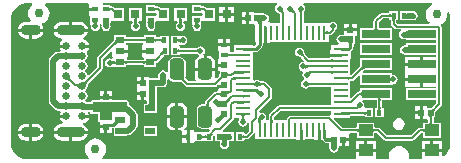
<source format=gtl>
G04*
G04 #@! TF.GenerationSoftware,Altium Limited,Altium Designer,20.2.6 (244)*
G04*
G04 Layer_Physical_Order=1*
G04 Layer_Color=255*
%FSLAX25Y25*%
%MOIN*%
G70*
G04*
G04 #@! TF.SameCoordinates,1F00D8FF-E811-4F8C-9FFC-250B1BB78CBF*
G04*
G04*
G04 #@! TF.FilePolarity,Positive*
G04*
G01*
G75*
%ADD10C,0.00984*%
%ADD11C,0.01000*%
%ADD12C,0.00787*%
%ADD14R,0.03347X0.02165*%
%ADD15R,0.02047X0.02047*%
G04:AMPARAMS|DCode=16|XSize=47.24mil|YSize=70.87mil|CornerRadius=11.81mil|HoleSize=0mil|Usage=FLASHONLY|Rotation=0.000|XOffset=0mil|YOffset=0mil|HoleType=Round|Shape=RoundedRectangle|*
%AMROUNDEDRECTD16*
21,1,0.04724,0.04724,0,0,0.0*
21,1,0.02362,0.07087,0,0,0.0*
1,1,0.02362,0.01181,-0.02362*
1,1,0.02362,-0.01181,-0.02362*
1,1,0.02362,-0.01181,0.02362*
1,1,0.02362,0.01181,0.02362*
%
%ADD16ROUNDEDRECTD16*%
%ADD17R,0.01772X0.02165*%
%ADD18R,0.03150X0.02165*%
%ADD19R,0.02165X0.01772*%
%ADD20R,0.04921X0.00984*%
%ADD21R,0.00984X0.04921*%
%ADD22R,0.09449X0.02992*%
%ADD23R,0.02047X0.02047*%
%ADD24R,0.04724X0.03937*%
%ADD25R,0.03150X0.03150*%
%ADD45C,0.03000*%
%ADD46C,0.01772*%
%ADD47C,0.01968*%
%ADD48R,0.03937X0.03543*%
%ADD49R,0.11811X0.03543*%
%ADD50O,0.09449X0.03543*%
%ADD51C,0.02559*%
%ADD52O,0.06693X0.03543*%
%ADD53C,0.01968*%
G36*
X33244Y51303D02*
X33268Y51236D01*
X33308Y51177D01*
X33364Y51126D01*
X33436Y51083D01*
X33524Y51047D01*
X33628Y51020D01*
X33747Y51000D01*
X33883Y50988D01*
X34035Y50984D01*
Y50197D01*
X33883Y50193D01*
X33747Y50181D01*
X33628Y50161D01*
X33524Y50134D01*
X33436Y50098D01*
X33364Y50055D01*
X33308Y50004D01*
X33268Y49945D01*
X33244Y49878D01*
X33236Y49803D01*
Y51378D01*
X33244Y51303D01*
D02*
G37*
G36*
X94688Y50696D02*
X94698Y50615D01*
X94715Y50535D01*
X94739Y50456D01*
X94770Y50379D01*
X94809Y50303D01*
X94855Y50228D01*
X94907Y50154D01*
X94967Y50082D01*
X95035Y50010D01*
X94478Y49454D01*
X94406Y49521D01*
X94334Y49581D01*
X94260Y49634D01*
X94185Y49679D01*
X94109Y49718D01*
X94032Y49749D01*
X93953Y49773D01*
X93874Y49790D01*
X93793Y49801D01*
X93711Y49803D01*
X94685Y50778D01*
X94688Y50696D01*
D02*
G37*
G36*
X91099Y50475D02*
X91093Y50398D01*
X91097Y50322D01*
X91110Y50246D01*
X91132Y50171D01*
X91163Y50096D01*
X91203Y50022D01*
X91253Y49948D01*
X91312Y49875D01*
X91379Y49803D01*
X90678Y49391D01*
X90607Y49458D01*
X90465Y49577D01*
X90392Y49628D01*
X90319Y49674D01*
X90245Y49716D01*
X90170Y49751D01*
X90095Y49782D01*
X90018Y49807D01*
X89941Y49827D01*
X91113Y50552D01*
X91099Y50475D01*
D02*
G37*
G36*
X97877Y50024D02*
X97827Y49960D01*
X97782Y49892D01*
X97744Y49819D01*
X97712Y49742D01*
X97685Y49661D01*
X97664Y49576D01*
X97650Y49487D01*
X97641Y49393D01*
X97638Y49295D01*
X96850D01*
X96847Y49393D01*
X96839Y49487D01*
X96824Y49576D01*
X96803Y49661D01*
X96777Y49742D01*
X96744Y49819D01*
X96706Y49892D01*
X96661Y49960D01*
X96611Y50024D01*
X96555Y50085D01*
X97933D01*
X97877Y50024D01*
D02*
G37*
G36*
X127288Y47638D02*
X127280Y47713D01*
X127256Y47780D01*
X127216Y47839D01*
X127160Y47890D01*
X127088Y47933D01*
X127000Y47969D01*
X126896Y47996D01*
X126776Y48016D01*
X126640Y48028D01*
X126488Y48031D01*
Y48819D01*
X126640Y48823D01*
X126776Y48835D01*
X126896Y48854D01*
X127000Y48882D01*
X127088Y48917D01*
X127160Y48961D01*
X127216Y49012D01*
X127256Y49071D01*
X127280Y49138D01*
X127288Y49213D01*
Y47638D01*
D02*
G37*
G36*
X83702Y48644D02*
X83743Y48640D01*
X83811Y48636D01*
X85042Y48622D01*
Y46654D01*
X83689Y46626D01*
Y47075D01*
X83245Y46631D01*
X83689Y46626D01*
X83957Y45642D01*
X82973D01*
X82968Y45830D01*
X82953Y45999D01*
X82928Y46148D01*
X82894Y46277D01*
X82849Y46387D01*
X82795Y46476D01*
X82731Y46547D01*
X82657Y46597D01*
X82574Y46627D01*
X82480Y46638D01*
X82769Y46635D01*
X82744Y46640D01*
X82672Y46649D01*
X82595Y46657D01*
X83658Y47720D01*
X83666Y47643D01*
X83689Y47504D01*
Y48649D01*
X83702Y48644D01*
D02*
G37*
G36*
X128862Y47359D02*
X128795Y47335D01*
X128736Y47295D01*
X128685Y47239D01*
X128642Y47167D01*
X128606Y47079D01*
X128579Y46975D01*
X128559Y46855D01*
X128547Y46719D01*
X128543Y46567D01*
X127756D01*
X127752Y46719D01*
X127740Y46855D01*
X127720Y46975D01*
X127693Y47079D01*
X127657Y47167D01*
X127614Y47239D01*
X127563Y47295D01*
X127504Y47335D01*
X127437Y47359D01*
X127362Y47366D01*
X128937D01*
X128862Y47359D01*
D02*
G37*
G36*
X141036Y52032D02*
X140736Y51907D01*
X139998Y51341D01*
X139431Y50602D01*
X139075Y49742D01*
X138953Y48819D01*
X139075Y47896D01*
X139431Y47036D01*
X139998Y46297D01*
X140157Y46175D01*
X139987Y45675D01*
X129551D01*
X129061Y46165D01*
Y46500D01*
X129084Y46553D01*
X129088Y46689D01*
X129096Y46788D01*
X129105Y46843D01*
X129535D01*
Y50008D01*
X126764D01*
Y49381D01*
X126709Y49372D01*
X126610Y49363D01*
X126474Y49360D01*
X126421Y49336D01*
X124187D01*
X123838Y49267D01*
X123543Y49069D01*
X121718Y47245D01*
X121520Y46949D01*
X121451Y46600D01*
Y44622D01*
X121428Y44569D01*
X121424Y44434D01*
X121415Y44335D01*
X121406Y44280D01*
X117020D01*
Y40287D01*
X127469D01*
Y44280D01*
X123318D01*
X123309Y44335D01*
X123301Y44434D01*
X123297Y44569D01*
X123273Y44622D01*
Y46223D01*
X124565Y47514D01*
X126421D01*
X126474Y47491D01*
X126610Y47487D01*
X126709Y47478D01*
X126764Y47469D01*
Y46843D01*
X127194D01*
X127203Y46788D01*
X127211Y46689D01*
X127215Y46553D01*
X127238Y46500D01*
Y45787D01*
X127308Y45439D01*
X127505Y45143D01*
X128529Y44120D01*
X128824Y43922D01*
X129173Y43853D01*
X130509D01*
X130660Y43353D01*
X130426Y43196D01*
X130098Y42705D01*
X129983Y42126D01*
X130098Y41547D01*
X130426Y41056D01*
X130917Y40728D01*
X131431Y40626D01*
X131489Y40601D01*
X131740Y40597D01*
X132153Y40572D01*
X132296Y40553D01*
X132374Y40537D01*
Y40287D01*
X132814D01*
X132884Y40258D01*
X132940Y40281D01*
X132999Y40270D01*
X133024Y40287D01*
X142396D01*
Y39279D01*
X132374D01*
Y38558D01*
X131990Y38534D01*
X131796Y38533D01*
X131739Y38509D01*
X131220Y38406D01*
X130729Y38078D01*
X130401Y37587D01*
X130286Y37008D01*
X130401Y36429D01*
X130729Y35938D01*
X131220Y35610D01*
X131735Y35507D01*
X131793Y35482D01*
X132178Y35478D01*
X132374Y35469D01*
Y35287D01*
X142396D01*
Y34780D01*
X138098D01*
Y32283D01*
X137598D01*
Y31784D01*
X131874D01*
Y29787D01*
X131874D01*
Y29779D01*
X131874D01*
Y27784D01*
X137598D01*
Y27283D01*
X138098D01*
Y24787D01*
X142396D01*
Y24280D01*
X132374D01*
Y20287D01*
X142396D01*
Y19275D01*
X141247Y18126D01*
X141194Y18107D01*
X140897Y17831D01*
X140788Y17743D01*
X140694Y17678D01*
X140672Y17665D01*
X140520D01*
X140449Y17695D01*
X140408Y17677D01*
X140365Y17688D01*
X140328Y17665D01*
X139425D01*
Y18165D01*
X137902D01*
Y16142D01*
Y14118D01*
X139425D01*
X139640Y13707D01*
Y13047D01*
X139617Y12994D01*
X139613Y12859D01*
X139604Y12760D01*
X139595Y12705D01*
X138083D01*
Y11192D01*
X138028Y11183D01*
X137929Y11174D01*
X137793Y11171D01*
X137740Y11147D01*
X137008D01*
X136659Y11078D01*
X136364Y10881D01*
X134057Y8574D01*
X125850D01*
X123544Y10881D01*
X123248Y11078D01*
X122899Y11147D01*
X122102D01*
X122049Y11171D01*
X121914Y11174D01*
X121815Y11183D01*
X121760Y11192D01*
Y12705D01*
X116035D01*
Y11192D01*
X115981Y11183D01*
X115882Y11174D01*
X115746Y11171D01*
X115693Y11147D01*
X111007D01*
X108247Y13908D01*
X108438Y14370D01*
X113583D01*
Y14905D01*
X113642Y14910D01*
X113774Y14912D01*
X113829Y14935D01*
X118154D01*
X118207Y14912D01*
X118340Y14908D01*
X118438Y14900D01*
X118496Y14891D01*
Y14559D01*
X118935D01*
X119004Y14530D01*
X119035Y14542D01*
X119067Y14533D01*
X119114Y14559D01*
X121268D01*
Y17724D01*
X118758D01*
X118743Y17731D01*
X118377Y18175D01*
X118442Y18504D01*
X118327Y19083D01*
X117999Y19574D01*
X117680Y19787D01*
X117832Y20287D01*
X122469D01*
X122478Y20232D01*
X122487Y20133D01*
X122491Y19998D01*
X122514Y19945D01*
Y18067D01*
X122491Y18014D01*
X122487Y17878D01*
X122478Y17779D01*
X122469Y17724D01*
X122039D01*
Y14559D01*
X124811D01*
Y17724D01*
X124381D01*
X124372Y17779D01*
X124363Y17878D01*
X124360Y18014D01*
X124336Y18067D01*
Y19945D01*
X124360Y19998D01*
X124363Y20133D01*
X124372Y20232D01*
X124381Y20287D01*
X127469D01*
Y24280D01*
X117020D01*
Y23239D01*
X116965Y23230D01*
X116866Y23222D01*
X116730Y23218D01*
X116677Y23195D01*
X116649D01*
X116300Y23125D01*
X116005Y22928D01*
X114083Y21006D01*
X113583Y21213D01*
Y26620D01*
X113636Y26623D01*
X113771Y26624D01*
X113827Y26648D01*
X114291D01*
X114640Y26717D01*
X114936Y26915D01*
X116558Y28537D01*
X117020Y28346D01*
Y25287D01*
X127469D01*
Y25354D01*
X127855Y25671D01*
X127953Y25652D01*
X128532Y25767D01*
X129023Y26095D01*
X129351Y26586D01*
X129466Y27165D01*
X129351Y27744D01*
X129023Y28235D01*
X128532Y28563D01*
X127953Y28679D01*
X127855Y28659D01*
X127469Y28976D01*
Y29280D01*
X117954D01*
X117920Y29362D01*
X117900Y29847D01*
X118200Y30125D01*
X118311Y30215D01*
X118406Y30281D01*
X118416Y30287D01*
X118604D01*
X118645Y30270D01*
X118687Y30287D01*
X118689D01*
X118732Y30277D01*
X118748Y30287D01*
X127469D01*
Y34280D01*
X117020D01*
Y32016D01*
X117009Y32000D01*
X117020Y31956D01*
Y31955D01*
X117002Y31913D01*
X117020Y31871D01*
Y31684D01*
X117014Y31673D01*
X116951Y31585D01*
X116731Y31326D01*
X116586Y31176D01*
X116564Y31120D01*
X114083Y28639D01*
X113583Y28846D01*
Y33941D01*
X113992D01*
Y36760D01*
X114495Y37263D01*
X114714Y37591D01*
X114770Y37873D01*
D01*
X114813Y37974D01*
X114815Y38281D01*
X114834Y38807D01*
X114847Y38946D01*
X114864Y39012D01*
X114871Y39028D01*
X115303D01*
Y39535D01*
X115305Y39540D01*
X115303Y39544D01*
Y41677D01*
X115803D01*
Y43201D01*
X111756D01*
Y42090D01*
X110792Y42077D01*
X110764Y42064D01*
X110630D01*
X110630Y42064D01*
X110051Y41949D01*
X109560Y41621D01*
X109232Y41130D01*
X109117Y40551D01*
X109232Y39972D01*
X109560Y39481D01*
X109862Y39279D01*
X109710Y38780D01*
X107283D01*
Y36925D01*
X107071D01*
Y36445D01*
Y34376D01*
X99984D01*
X98599Y35761D01*
X98578Y35814D01*
X98523Y35873D01*
X98486Y35918D01*
X98456Y35960D01*
X98432Y36000D01*
X98413Y36036D01*
X98399Y36071D01*
X98388Y36105D01*
X98382Y36137D01*
X98377Y36171D01*
X98375Y36229D01*
X98352Y36281D01*
X98248Y36800D01*
X97921Y37291D01*
X97430Y37619D01*
X96850Y37734D01*
X96271Y37619D01*
X95780Y37291D01*
X95452Y36800D01*
X95337Y36220D01*
X95452Y35641D01*
X95780Y35150D01*
X96271Y34822D01*
X96789Y34719D01*
X96842Y34695D01*
X96900Y34693D01*
X96934Y34689D01*
X96966Y34682D01*
X97000Y34672D01*
X97034Y34658D01*
X97071Y34639D01*
X97111Y34615D01*
X97153Y34585D01*
X97198Y34548D01*
X97256Y34493D01*
X97310Y34472D01*
X98321Y33462D01*
X98074Y33001D01*
X98032Y33009D01*
X97452Y32894D01*
X96961Y32566D01*
X96633Y32075D01*
X96518Y31496D01*
X96633Y30917D01*
X96961Y30426D01*
X97452Y30098D01*
X97700Y30049D01*
X97931Y29493D01*
X97815Y29319D01*
X97699Y28740D01*
X97815Y28161D01*
X98142Y27670D01*
X98363Y27523D01*
X98257Y26992D01*
X98240Y26989D01*
X97749Y26661D01*
X97421Y26170D01*
X97306Y25591D01*
X97421Y25011D01*
X97749Y24521D01*
X98240Y24192D01*
X98819Y24077D01*
X99398Y24192D01*
X99837Y24486D01*
X99892Y24506D01*
X99934Y24546D01*
X99960Y24567D01*
X99988Y24585D01*
X100019Y24601D01*
X100054Y24616D01*
X100093Y24629D01*
X100138Y24640D01*
X100189Y24648D01*
X100247Y24654D01*
X100328Y24656D01*
X100380Y24679D01*
X107231D01*
X107283Y24656D01*
Y18648D01*
X107236Y18628D01*
X90158D01*
X89809Y18558D01*
X89513Y18361D01*
X86757Y15605D01*
X86560Y15309D01*
X86490Y14961D01*
Y13635D01*
X86467Y13583D01*
X85894D01*
X85627Y14083D01*
X85650Y14118D01*
X85765Y14697D01*
X85650Y15276D01*
X85322Y15767D01*
X84831Y16095D01*
X84252Y16210D01*
X83945Y16149D01*
D01*
X83438Y16451D01*
X83398Y16511D01*
X83367Y16724D01*
X87258Y20616D01*
X87456Y20911D01*
X87525Y21260D01*
Y24016D01*
X87456Y24364D01*
X87258Y24660D01*
X85684Y26235D01*
X85388Y26432D01*
X85039Y26502D01*
X84238D01*
X84186Y26525D01*
X84106Y26528D01*
X84048Y26533D01*
X83996Y26542D01*
X83951Y26552D01*
X83912Y26565D01*
X83877Y26580D01*
X83847Y26596D01*
X83819Y26614D01*
X83792Y26635D01*
X83750Y26675D01*
X83696Y26695D01*
X83256Y26989D01*
X82677Y27104D01*
X82098Y26989D01*
X81799Y26789D01*
X81376Y26958D01*
X81299Y27054D01*
Y36390D01*
X82284D01*
X82671Y36467D01*
X82999Y36686D01*
X83921Y37609D01*
X84180Y37867D01*
X84399Y38196D01*
X84476Y38583D01*
Y39354D01*
X86925D01*
Y39567D01*
X106496D01*
Y41904D01*
X107114D01*
X107463Y41973D01*
X107758Y42171D01*
X108518Y42930D01*
X108716Y43226D01*
X108785Y43575D01*
Y43706D01*
X108944Y43812D01*
X109272Y44303D01*
X109387Y44882D01*
X109272Y45461D01*
X108944Y45952D01*
X108453Y46280D01*
X107874Y46395D01*
X107295Y46280D01*
X106940Y46043D01*
X106496Y45866D01*
X106496Y45866D01*
X106496Y45866D01*
X98183D01*
X98180Y45919D01*
X98179Y46054D01*
X98155Y46110D01*
Y49226D01*
D01*
X98179Y49279D01*
X98181Y49359D01*
X98187Y49417D01*
X98195Y49468D01*
X98206Y49513D01*
X98219Y49552D01*
X98234Y49587D01*
X98250Y49618D01*
X98268Y49646D01*
X98289Y49672D01*
X98328Y49715D01*
X98349Y49769D01*
X98385Y49823D01*
X98642Y50208D01*
X98757Y50787D01*
X98642Y51367D01*
X98314Y51858D01*
X98054Y52032D01*
X98205Y52532D01*
X140937D01*
X141036Y52032D01*
D02*
G37*
G36*
X89348D02*
X89087Y51858D01*
X88759Y51367D01*
X88644Y50787D01*
X88759Y50208D01*
X89087Y49717D01*
X89578Y49389D01*
X89732Y49359D01*
X89805Y49303D01*
X89865Y49288D01*
X89908Y49274D01*
X89952Y49256D01*
X89997Y49234D01*
X90043Y49209D01*
X90091Y49178D01*
X90135Y49147D01*
X90247Y49054D01*
X90303Y49000D01*
X90358Y48979D01*
X90427Y48909D01*
Y46115D01*
X90404Y46062D01*
X90400Y45866D01*
X86925D01*
Y46276D01*
X86545D01*
X86277Y46776D01*
X86456Y47043D01*
X86571Y47622D01*
X86456Y48201D01*
X86128Y48692D01*
X86128Y48692D01*
X86112Y48708D01*
X85621Y49036D01*
X85106Y49138D01*
X85048Y49163D01*
X83830Y49176D01*
X83790Y49179D01*
X83764Y49182D01*
X83732Y49173D01*
X83689Y49191D01*
X83618Y49161D01*
X81551D01*
Y49661D01*
X80028D01*
Y47638D01*
Y45614D01*
X81551D01*
Y45614D01*
X81587Y45634D01*
X82087Y45338D01*
Y39567D01*
X82453D01*
Y39002D01*
X81865Y38413D01*
X81299D01*
Y38780D01*
X75000D01*
Y36276D01*
X74940Y36271D01*
X74809Y36270D01*
X74753Y36246D01*
X73718D01*
X73602Y36332D01*
D01*
D01*
X73585Y36610D01*
X73638Y36717D01*
D01*
D01*
X73736Y36894D01*
X73736D01*
Y38280D01*
X69571D01*
Y36894D01*
X69683D01*
X70071Y36622D01*
X70071Y36394D01*
Y33913D01*
X69630D01*
Y32390D01*
X71653D01*
Y31390D01*
X69630D01*
Y29866D01*
X70130D01*
Y28963D01*
X70107Y28926D01*
X70118Y28883D01*
X70101Y28842D01*
X70130Y28771D01*
Y28619D01*
X70117Y28597D01*
X70056Y28510D01*
X69839Y28253D01*
X69696Y28104D01*
X69674Y28049D01*
X69144Y27519D01*
X68683Y27765D01*
X68759Y28150D01*
Y30012D01*
X61949D01*
Y28150D01*
X62119Y27299D01*
X62317Y27002D01*
X62050Y26502D01*
X59826D01*
X59072Y27256D01*
X59062Y27294D01*
X59035Y27309D01*
X59024Y27338D01*
X58898Y27468D01*
X58803Y27577D01*
X58734Y27667D01*
X58711Y27701D01*
X58729Y27790D01*
X58759Y27839D01*
X58749Y27877D01*
X58764Y27913D01*
X58757Y27932D01*
X58801Y28150D01*
Y32874D01*
X58670Y33530D01*
X58299Y34086D01*
X57743Y34458D01*
X57087Y34588D01*
X54724D01*
X54068Y34458D01*
X53512Y34086D01*
X53141Y33530D01*
X53010Y32874D01*
Y29710D01*
X52510Y29558D01*
X52342Y29810D01*
X51851Y30138D01*
X51272Y30253D01*
X50692Y30138D01*
X50202Y29810D01*
X49874Y29319D01*
X49758Y28740D01*
Y27959D01*
X49404Y27606D01*
X49150Y27607D01*
X48756Y27617D01*
X48712Y27621D01*
X48686Y27612D01*
X48649Y27628D01*
X48579Y27598D01*
X46512D01*
Y28098D01*
X44988D01*
Y26075D01*
X44488D01*
Y25575D01*
X42465D01*
Y24051D01*
Y22941D01*
X44488D01*
Y22441D01*
X44988D01*
Y20417D01*
X45694D01*
X46077Y19917D01*
X46077Y19915D01*
X46035Y19665D01*
X45982Y19466D01*
X45922Y19319D01*
X45865Y19224D01*
X45816Y19172D01*
X45777Y19146D01*
X45734Y19130D01*
X45610Y19116D01*
X45585Y19102D01*
X44874D01*
Y15937D01*
X49220D01*
Y18521D01*
X49250Y18593D01*
X49245Y18603D01*
X49249Y18614D01*
X49217Y19350D01*
X49168Y20465D01*
X49170Y20929D01*
X49180Y21322D01*
X49184Y21367D01*
X49176Y21393D01*
X49191Y21429D01*
X49161Y21500D01*
Y23088D01*
X49163Y23092D01*
X49165Y23390D01*
X49191Y23453D01*
X49189Y23456D01*
X49191Y23460D01*
X49176Y24529D01*
X50625Y24549D01*
X50653Y24561D01*
X51272D01*
X51851Y24677D01*
X52342Y25005D01*
X52670Y25496D01*
X52785Y26075D01*
Y27126D01*
X53285Y27278D01*
X53512Y26938D01*
X54068Y26566D01*
X54724Y26436D01*
X57087D01*
X57189Y26456D01*
X57201Y26450D01*
X57276Y26399D01*
X57501Y26212D01*
X57630Y26087D01*
X57685Y26066D01*
X58805Y24946D01*
X59100Y24749D01*
X59449Y24679D01*
X68504D01*
X68853Y24749D01*
X69130Y24934D01*
X69349Y24891D01*
X69630Y24775D01*
Y23370D01*
X69219Y23155D01*
X68801D01*
X68452Y23086D01*
X68156Y22888D01*
X67150Y21881D01*
D01*
X66258Y20990D01*
X65497Y20229D01*
X65300Y19934D01*
X65231Y19585D01*
Y19159D01*
X65207Y19106D01*
X65203Y18967D01*
X65195Y18865D01*
X65191Y18840D01*
X64173D01*
X63517Y18710D01*
X62961Y18338D01*
X62590Y17782D01*
X62459Y17126D01*
Y12402D01*
X62590Y11746D01*
X62961Y11190D01*
X63517Y10818D01*
X64173Y10688D01*
X66535D01*
X66731Y10726D01*
D01*
X67109Y10292D01*
X67050Y10121D01*
X67041Y10095D01*
X66744Y9819D01*
X66634Y9731D01*
X66541Y9666D01*
X66518Y9653D01*
X66366D01*
X66295Y9683D01*
X66254Y9666D01*
X66211Y9676D01*
X66174Y9653D01*
X65149D01*
Y9653D01*
X64865Y9551D01*
X64575Y9653D01*
Y9653D01*
X62031D01*
X61803Y9653D01*
X61531Y10041D01*
Y10153D01*
X60145D01*
Y8071D01*
Y5988D01*
X61531D01*
Y6101D01*
X61803Y6488D01*
X62031Y6488D01*
X64575D01*
Y6488D01*
X64865Y6590D01*
X65149Y6488D01*
Y6488D01*
X67921D01*
Y7907D01*
X67944Y7944D01*
X67933Y7987D01*
X67950Y8028D01*
X67921Y8099D01*
Y8251D01*
X67934Y8273D01*
X67995Y8360D01*
X68193Y8595D01*
X68257Y8596D01*
X68693Y8395D01*
Y8207D01*
X68666Y8071D01*
X68693Y7934D01*
Y6488D01*
X70339D01*
Y6016D01*
X70239Y5512D01*
X70354Y4933D01*
X70682Y4442D01*
X71173Y4114D01*
X71752Y3999D01*
X72331Y4114D01*
X72822Y4442D01*
X73150Y4933D01*
X73265Y5512D01*
X73165Y6017D01*
Y6488D01*
X74811D01*
Y7934D01*
X74838Y8071D01*
X74811Y8207D01*
Y9653D01*
X72622D01*
X72551Y9683D01*
X72481Y9653D01*
X72409Y9653D01*
X72382Y9656D01*
X72039Y9653D01*
X71539Y9640D01*
X71464Y9653D01*
X71391Y9654D01*
X71185Y10153D01*
X74758Y13727D01*
X74956Y14023D01*
X75025Y14370D01*
X76490D01*
X76585Y14293D01*
X76754Y13870D01*
X76555Y13571D01*
X76439Y12992D01*
X76555Y12413D01*
X76883Y11922D01*
X77374Y11594D01*
X77953Y11479D01*
X78532Y11594D01*
X79023Y11922D01*
X79351Y12413D01*
X79396Y12639D01*
X79896Y12590D01*
Y10121D01*
X78854Y9080D01*
X78354Y9218D01*
Y9653D01*
X75583D01*
Y6488D01*
X78354D01*
Y7115D01*
X78409Y7124D01*
X78508Y7133D01*
X78644Y7136D01*
X78697Y7160D01*
X79134D01*
X79483Y7229D01*
X79778Y7427D01*
X81451Y9100D01*
X81587Y9302D01*
X82051Y9233D01*
X82087Y9219D01*
Y7283D01*
X95752D01*
Y6874D01*
X98736D01*
Y7283D01*
X101657D01*
Y6874D01*
X104477D01*
X104979Y6371D01*
X105308Y6152D01*
X105590Y6096D01*
X105691Y6053D01*
X105998Y6051D01*
X106524Y6032D01*
X106663Y6020D01*
X106716Y6005D01*
X106742Y4322D01*
X106768Y4264D01*
X106870Y3752D01*
X107198Y3261D01*
X107689Y2933D01*
X108268Y2817D01*
X108847Y2933D01*
X109338Y3261D01*
X109666Y3752D01*
X109769Y4271D01*
X109793Y4328D01*
X109797Y5063D01*
X110917D01*
Y7087D01*
X111417D01*
Y7587D01*
X113441D01*
Y9110D01*
X113852Y9325D01*
X115693D01*
X115746Y9302D01*
X115882Y9298D01*
X115980Y9289D01*
X116035Y9280D01*
Y7768D01*
X121760D01*
Y9280D01*
X121815Y9289D01*
X121914Y9298D01*
X122049Y9302D01*
X122102Y9325D01*
X122522D01*
X124828Y7019D01*
X125124Y6821D01*
X125472Y6752D01*
X134435D01*
X134783Y6821D01*
X135079Y7019D01*
X137385Y9325D01*
X137740D01*
X137793Y9302D01*
X137929Y9298D01*
X138028Y9289D01*
X138083Y9280D01*
Y7768D01*
X143807D01*
Y12705D01*
X141507D01*
X141498Y12760D01*
X141489Y12859D01*
X141486Y12994D01*
X141462Y13047D01*
Y14276D01*
X141486Y14329D01*
X141489Y14464D01*
X141498Y14563D01*
X141507Y14618D01*
X142075D01*
Y15919D01*
X142097Y15955D01*
X142087Y15999D01*
X142104Y16040D01*
X142075Y16110D01*
Y16262D01*
X142088Y16285D01*
X142148Y16372D01*
X142365Y16629D01*
X142509Y16777D01*
X142531Y16833D01*
X143951Y18253D01*
X144149Y18549D01*
X144218Y18898D01*
Y44303D01*
X144149Y44651D01*
X143951Y44947D01*
X143819Y45080D01*
X143916Y45570D01*
X144303Y45730D01*
X145042Y46297D01*
X145608Y47036D01*
X145965Y47896D01*
X146086Y48819D01*
X146005Y49437D01*
X146492Y49568D01*
X146813Y48796D01*
X147018Y47778D01*
X147019Y47260D01*
X147020Y5906D01*
X147018Y5372D01*
X146813Y4352D01*
X146413Y3392D01*
X145834Y2529D01*
X145098Y1795D01*
X144748Y1562D01*
X144307Y1798D01*
Y3043D01*
X137583D01*
Y977D01*
X137229Y624D01*
X133301Y624D01*
Y1575D01*
X133292Y1624D01*
X133297Y1675D01*
X133251Y2135D01*
X133208Y2279D01*
X133178Y2426D01*
X132826Y3277D01*
X132605Y3607D01*
X132605Y3607D01*
X131954Y4259D01*
X131623Y4480D01*
X130772Y4832D01*
X130625Y4861D01*
X130482Y4905D01*
X130021Y4950D01*
X129921Y4940D01*
X129821Y4950D01*
X129361Y4905D01*
X129217Y4861D01*
X129070Y4832D01*
X128220Y4480D01*
X127889Y4259D01*
X127237Y3607D01*
X127016Y3277D01*
X126664Y2426D01*
X126635Y2279D01*
X126591Y2135D01*
X126546Y1675D01*
X126551Y1624D01*
X126541Y1575D01*
Y618D01*
X122260D01*
Y3043D01*
X115535D01*
Y618D01*
X31044D01*
X30875Y1118D01*
X31262Y1415D01*
X31829Y2154D01*
X32185Y3014D01*
X32307Y3937D01*
X32185Y4860D01*
X31829Y5720D01*
X31262Y6459D01*
X30523Y7026D01*
X29663Y7382D01*
X28740Y7503D01*
X27817Y7382D01*
X26957Y7026D01*
X26218Y6459D01*
X25652Y5720D01*
X25295Y4860D01*
X25174Y3937D01*
X25295Y3014D01*
X25652Y2154D01*
X26218Y1415D01*
X26606Y1118D01*
X26436Y618D01*
X5284D01*
X5190Y654D01*
X4734Y731D01*
X3913Y990D01*
X3155Y1370D01*
X2467Y1867D01*
X1867Y2467D01*
X1370Y3155D01*
X990Y3913D01*
X735Y4722D01*
X674Y5142D01*
X618Y5299D01*
Y47403D01*
X620Y47426D01*
X618Y47440D01*
Y47441D01*
X618Y47442D01*
X622Y47456D01*
X644Y47958D01*
X867Y48919D01*
X1263Y49821D01*
X1819Y50634D01*
X2515Y51331D01*
X3329Y51887D01*
X4231Y52283D01*
X5191Y52506D01*
X5683Y52526D01*
X5703Y52532D01*
X5730D01*
X5740Y52531D01*
X5750Y52532D01*
X7588D01*
X7758Y52032D01*
X7370Y51734D01*
X6804Y50996D01*
X6447Y50136D01*
X6326Y49213D01*
X6447Y48290D01*
X6804Y47429D01*
X7211Y46898D01*
X6965Y46398D01*
X5591D01*
X4867Y46303D01*
X4193Y46023D01*
X3614Y45579D01*
X3170Y45000D01*
X2890Y44326D01*
X2861Y44102D01*
X11470D01*
X11440Y44326D01*
X11161Y45000D01*
X10930Y45301D01*
X10928Y45310D01*
X11106Y45888D01*
X11675Y46124D01*
X12414Y46691D01*
X12981Y47429D01*
X13337Y48290D01*
X13458Y49213D01*
X13337Y50136D01*
X12981Y50996D01*
X12414Y51734D01*
X12027Y52032D01*
X12196Y52532D01*
X26074D01*
X26551Y52476D01*
X26551Y52032D01*
Y51091D01*
X28634D01*
Y50091D01*
X26551D01*
Y48705D01*
X26664D01*
X27051Y48433D01*
D01*
D01*
X27051Y48205D01*
Y45661D01*
X27051D01*
X27282Y45161D01*
X27227Y44882D01*
X27342Y44303D01*
X27670Y43812D01*
X28161Y43484D01*
X28740Y43369D01*
X29319Y43484D01*
X29810Y43812D01*
X30138Y44303D01*
X30253Y44882D01*
X30198Y45161D01*
X30217Y45661D01*
X30595D01*
X30781Y45661D01*
X30781Y45660D01*
X30816Y45137D01*
X30817Y45116D01*
X30770Y44882D01*
X30885Y44303D01*
X31213Y43812D01*
X31704Y43484D01*
X32283Y43369D01*
X32863Y43484D01*
X33354Y43812D01*
X33682Y44303D01*
X33797Y44882D01*
X33741Y45161D01*
X33760Y45661D01*
X33770Y46030D01*
X33760Y46104D01*
X33789Y46173D01*
X33760Y46244D01*
Y46431D01*
X34130Y46744D01*
X34260Y46744D01*
X38280D01*
Y50894D01*
X35419D01*
X35077Y51235D01*
X34782Y51432D01*
X34433Y51502D01*
X34102D01*
X34049Y51525D01*
X33914Y51529D01*
X33815Y51537D01*
X33760Y51546D01*
Y51976D01*
X31070D01*
X31036Y52010D01*
X31179Y52484D01*
X31222Y52532D01*
X89196D01*
X89348Y52032D01*
D02*
G37*
G36*
X29084Y46298D02*
X29093Y46204D01*
X29096Y46185D01*
X29474D01*
X29400Y46177D01*
X29333Y46153D01*
X29274Y46113D01*
X29222Y46058D01*
X29179Y45986D01*
X29162Y45943D01*
X29192Y45876D01*
X29232Y45805D01*
X29279Y45739D01*
X29331Y45678D01*
X29390Y45621D01*
X29090Y45605D01*
X29085Y45538D01*
X29081Y45386D01*
X28293D01*
X28289Y45538D01*
X28287Y45561D01*
X28014Y45547D01*
X28067Y45609D01*
X28115Y45676D01*
X28157Y45747D01*
X28193Y45821D01*
X28223Y45900D01*
X28226Y45908D01*
X28195Y45986D01*
X28152Y46058D01*
X28100Y46113D01*
X28041Y46153D01*
X27974Y46177D01*
X27900Y46185D01*
X28285D01*
X28291Y46252D01*
X28293Y46349D01*
X29081Y46396D01*
X29084Y46298D01*
D02*
G37*
G36*
X97639Y45901D02*
X97669Y45390D01*
X97680Y45335D01*
X97693Y45295D01*
X97708Y45272D01*
X97724Y45264D01*
X96764D01*
X96780Y45272D01*
X96795Y45295D01*
X96808Y45335D01*
X96819Y45390D01*
X96829Y45460D01*
X96843Y45649D01*
X96850Y46051D01*
X97638D01*
X97639Y45901D01*
D02*
G37*
G36*
X95670D02*
X95700Y45390D01*
X95712Y45335D01*
X95725Y45295D01*
X95739Y45272D01*
X95756Y45264D01*
X94796D01*
X94812Y45272D01*
X94827Y45295D01*
X94840Y45335D01*
X94851Y45390D01*
X94860Y45460D01*
X94874Y45649D01*
X94882Y46051D01*
X95669D01*
X95670Y45901D01*
D02*
G37*
G36*
X91733D02*
X91763Y45390D01*
X91775Y45335D01*
X91788Y45295D01*
X91802Y45272D01*
X91819Y45264D01*
X90859D01*
X90875Y45272D01*
X90890Y45295D01*
X90903Y45335D01*
X90914Y45390D01*
X90923Y45460D01*
X90937Y45649D01*
X90945Y46051D01*
X91732D01*
X91733Y45901D01*
D02*
G37*
G36*
X33226Y46161D02*
X33206Y46123D01*
X33189Y46061D01*
X33173Y45973D01*
X33161Y45860D01*
X33136Y45371D01*
X33132Y44919D01*
X31360D01*
X31357Y45158D01*
X31319Y45722D01*
X31297Y45860D01*
X31269Y45973D01*
X31236Y46061D01*
X31198Y46123D01*
X31155Y46161D01*
X31106Y46173D01*
X33248D01*
X33226Y46161D01*
D02*
G37*
G36*
X122760Y44403D02*
X122772Y44267D01*
X122791Y44147D01*
X122819Y44043D01*
X122854Y43955D01*
X122898Y43883D01*
X122949Y43828D01*
X123008Y43788D01*
X123075Y43764D01*
X123150Y43755D01*
X121575D01*
X121650Y43764D01*
X121717Y43788D01*
X121776Y43828D01*
X121827Y43883D01*
X121870Y43955D01*
X121906Y44043D01*
X121933Y44147D01*
X121953Y44267D01*
X121965Y44403D01*
X121968Y44555D01*
X122756D01*
X122760Y44403D01*
D02*
G37*
G36*
X105594Y43528D02*
X105618Y43461D01*
X105658Y43402D01*
X105714Y43350D01*
X105786Y43307D01*
X105874Y43272D01*
X105978Y43244D01*
X106098Y43224D01*
X106234Y43213D01*
X106386Y43209D01*
Y42421D01*
X106234Y42417D01*
X106098Y42406D01*
X105978Y42386D01*
X105874Y42358D01*
X105786Y42323D01*
X105714Y42279D01*
X105658Y42228D01*
X105618Y42169D01*
X105594Y42102D01*
X105586Y42028D01*
Y43602D01*
X105594Y43528D01*
D02*
G37*
G36*
X132886Y40799D02*
X132872Y40865D01*
X132830Y40923D01*
X132761Y40974D01*
X132664Y41019D01*
X132538Y41056D01*
X132386Y41087D01*
X132205Y41111D01*
X131760Y41138D01*
X131496Y41142D01*
Y43110D01*
X131762Y43114D01*
X132210Y43147D01*
X132393Y43175D01*
X132547Y43212D01*
X132673Y43256D01*
X132771Y43309D01*
X132841Y43370D01*
X132884Y43439D01*
X132898Y43516D01*
X132886Y40799D01*
D02*
G37*
G36*
X112768Y39540D02*
X112748Y39545D01*
X112689Y39549D01*
X112276Y39560D01*
X110799Y39567D01*
Y41535D01*
X112768Y41563D01*
Y39540D01*
D02*
G37*
G36*
X114471Y39830D02*
X114429Y39734D01*
X114392Y39610D01*
X114377Y39540D01*
X114764D01*
X114670Y39530D01*
X114587Y39500D01*
X114513Y39451D01*
X114449Y39382D01*
X114395Y39294D01*
X114350Y39185D01*
X114316Y39057D01*
X114310Y39021D01*
X114294Y38841D01*
X114274Y38293D01*
X114272Y37978D01*
X113287D01*
X113285Y38293D01*
X113223Y39132D01*
X113209Y39185D01*
X113164Y39294D01*
X113110Y39382D01*
X113046Y39451D01*
X112972Y39500D01*
X112889Y39530D01*
X112795Y39540D01*
X113182D01*
X113167Y39610D01*
X113130Y39734D01*
X113088Y39830D01*
X113042Y39900D01*
X114517D01*
X114471Y39830D01*
D02*
G37*
G36*
X132898Y35921D02*
X132887Y35940D01*
X132854Y35958D01*
X132799Y35973D01*
X132722Y35987D01*
X132623Y35998D01*
X132195Y36020D01*
X131799Y36024D01*
Y37992D01*
X132008Y37993D01*
X132799Y38043D01*
X132854Y38058D01*
X132887Y38076D01*
X132898Y38095D01*
Y35921D01*
D02*
G37*
G36*
X75603Y34953D02*
X75595Y34951D01*
X75571Y34949D01*
X75406Y34944D01*
X74815Y34941D01*
Y35728D01*
X74965Y35730D01*
X75319Y35758D01*
X75406Y35774D01*
X75477Y35795D01*
X75532Y35819D01*
X75571Y35847D01*
X75595Y35878D01*
X75603Y35913D01*
Y34953D01*
D02*
G37*
G36*
X97837Y36129D02*
X97847Y36048D01*
X97864Y35968D01*
X97889Y35889D01*
X97920Y35812D01*
X97958Y35736D01*
X98004Y35661D01*
X98057Y35587D01*
X98117Y35515D01*
X98184Y35443D01*
X97628Y34887D01*
X97556Y34954D01*
X97484Y35014D01*
X97410Y35067D01*
X97335Y35112D01*
X97259Y35151D01*
X97181Y35182D01*
X97103Y35206D01*
X97023Y35224D01*
X96942Y35234D01*
X96860Y35236D01*
X97835Y36211D01*
X97837Y36129D01*
D02*
G37*
G36*
X72732Y36037D02*
X72756Y35973D01*
X72795Y35915D01*
X72850Y35866D01*
X72921Y35824D01*
X73008Y35789D01*
X73110Y35763D01*
X73228Y35744D01*
X73362Y35732D01*
X73512Y35728D01*
Y34941D01*
X73360Y34937D01*
X73225Y34925D01*
X73105Y34905D01*
X73001Y34878D01*
X72914Y34843D01*
X72842Y34799D01*
X72785Y34748D01*
X72745Y34689D01*
X72721Y34622D01*
X72712Y34547D01*
X72724Y36110D01*
X72732Y36037D01*
D02*
G37*
G36*
X108083Y32984D02*
X108075Y33001D01*
X108051Y33016D01*
X108012Y33029D01*
X107957Y33040D01*
X107886Y33049D01*
X107697Y33063D01*
X107296Y33071D01*
Y33858D01*
X107445Y33859D01*
X107957Y33889D01*
X108012Y33901D01*
X108051Y33914D01*
X108075Y33928D01*
X108083Y33945D01*
Y32984D01*
D02*
G37*
G36*
Y31016D02*
X108075Y31032D01*
X108051Y31047D01*
X108012Y31060D01*
X107957Y31071D01*
X107886Y31081D01*
X107697Y31095D01*
X107296Y31102D01*
Y31890D01*
X107445Y31891D01*
X107957Y31921D01*
X108012Y31932D01*
X108051Y31945D01*
X108075Y31960D01*
X108083Y31976D01*
Y31016D01*
D02*
G37*
G36*
X118645Y30811D02*
X118585Y30855D01*
X118514Y30876D01*
X118431Y30875D01*
X118336Y30851D01*
X118231Y30805D01*
X118114Y30737D01*
X117985Y30647D01*
X117845Y30535D01*
X117532Y30243D01*
X116975Y30799D01*
X117132Y30962D01*
X117379Y31253D01*
X117470Y31381D01*
X117538Y31498D01*
X117583Y31604D01*
X117607Y31698D01*
X117608Y31781D01*
X117587Y31853D01*
X117544Y31913D01*
X118645Y30811D01*
D02*
G37*
G36*
X98794Y32129D02*
X98859Y32079D01*
X98927Y32034D01*
X99000Y31996D01*
X99076Y31964D01*
X99158Y31937D01*
X99243Y31916D01*
X99332Y31902D01*
X99426Y31893D01*
X99524Y31890D01*
Y31102D01*
X99426Y31099D01*
X99332Y31091D01*
X99243Y31076D01*
X99158Y31055D01*
X99076Y31029D01*
X99000Y30996D01*
X98927Y30958D01*
X98859Y30913D01*
X98794Y30863D01*
X98734Y30807D01*
Y32185D01*
X98794Y32129D01*
D02*
G37*
G36*
X100598Y29249D02*
X100193Y28823D01*
X99725Y29580D01*
X99738Y29577D01*
X99756Y29579D01*
X99777Y29586D01*
X99803Y29600D01*
X99832Y29620D01*
X99866Y29645D01*
X99945Y29714D01*
X100041Y29806D01*
X100598Y29249D01*
D02*
G37*
G36*
X108083Y29047D02*
X108075Y29064D01*
X108051Y29079D01*
X108012Y29092D01*
X107957Y29103D01*
X107886Y29112D01*
X107697Y29126D01*
X107296Y29134D01*
Y29921D01*
X107445Y29922D01*
X107957Y29952D01*
X108012Y29964D01*
X108051Y29977D01*
X108075Y29991D01*
X108083Y30008D01*
Y29047D01*
D02*
G37*
G36*
X75603D02*
X75595Y29045D01*
X75571Y29043D01*
X75406Y29038D01*
X74815Y29035D01*
Y29823D01*
X74965Y29825D01*
X75319Y29852D01*
X75406Y29869D01*
X75477Y29889D01*
X75532Y29913D01*
X75571Y29941D01*
X75595Y29973D01*
X75603Y30008D01*
Y29047D01*
D02*
G37*
G36*
X72661Y29453D02*
X72685Y29386D01*
X72725Y29327D01*
X72781Y29276D01*
X72853Y29232D01*
X72941Y29197D01*
X73045Y29169D01*
X73165Y29150D01*
X73301Y29138D01*
X73453Y29134D01*
Y28346D01*
X73301Y28343D01*
X73165Y28331D01*
X73045Y28311D01*
X72941Y28283D01*
X72853Y28248D01*
X72781Y28205D01*
X72725Y28153D01*
X72685Y28095D01*
X72661Y28027D01*
X72653Y27953D01*
Y29528D01*
X72661Y29453D01*
D02*
G37*
G36*
X71755Y27729D02*
X71694Y27773D01*
X71622Y27795D01*
X71538D01*
X71444Y27773D01*
X71338Y27729D01*
X71221Y27662D01*
X71093Y27573D01*
X70954Y27461D01*
X70642Y27172D01*
X70085Y27729D01*
X70241Y27890D01*
X70486Y28179D01*
X70575Y28308D01*
X70642Y28425D01*
X70687Y28530D01*
X70709Y28625D01*
Y28708D01*
X70687Y28781D01*
X70642Y28842D01*
X71755Y27729D01*
D02*
G37*
G36*
X112988Y28023D02*
X113012Y28008D01*
X113051Y27995D01*
X113106Y27984D01*
X113177Y27974D01*
X113366Y27961D01*
X113768Y27953D01*
Y27165D01*
X113618Y27165D01*
X113106Y27134D01*
X113051Y27123D01*
X113012Y27110D01*
X112988Y27095D01*
X112980Y27079D01*
Y28039D01*
X112988Y28023D01*
D02*
G37*
G36*
X75603Y27079D02*
X75595Y27094D01*
X75571Y27107D01*
X75532Y27119D01*
X75477Y27129D01*
X75406Y27138D01*
X75217Y27150D01*
X74815Y27158D01*
Y27945D01*
X74965Y27946D01*
X75477Y27979D01*
X75532Y27991D01*
X75571Y28005D01*
X75595Y28021D01*
X75603Y28039D01*
Y27079D01*
D02*
G37*
G36*
X58171Y27868D02*
X58139Y27807D01*
X58128Y27736D01*
X58138Y27655D01*
X58169Y27564D01*
X58220Y27463D01*
X58292Y27353D01*
X58385Y27233D01*
X58499Y27103D01*
X58634Y26963D01*
X58005Y26477D01*
X57862Y26615D01*
X57601Y26832D01*
X57484Y26912D01*
X57375Y26972D01*
X57274Y27013D01*
X57182Y27034D01*
X57098Y27036D01*
X57022Y27019D01*
X56955Y26982D01*
X58223Y27919D01*
X58171Y27868D01*
D02*
G37*
G36*
X126964Y27878D02*
X126988Y27811D01*
X127027Y27752D01*
X127070Y27712D01*
X127126Y27748D01*
X127190Y27798D01*
X127250Y27854D01*
Y27619D01*
X127342Y27595D01*
X127460Y27575D01*
X127594Y27563D01*
X127744Y27559D01*
Y26772D01*
X127594Y26768D01*
X127460Y26756D01*
X127342Y26736D01*
X127250Y26711D01*
Y26476D01*
X127190Y26533D01*
X127126Y26583D01*
X127070Y26618D01*
X127027Y26579D01*
X126988Y26520D01*
X126964Y26453D01*
X126956Y26378D01*
Y26677D01*
X126908Y26698D01*
X126827Y26724D01*
X126741Y26745D01*
X126652Y26760D01*
X126558Y26769D01*
X126460Y26772D01*
Y27559D01*
X126558Y27562D01*
X126652Y27571D01*
X126741Y27586D01*
X126827Y27606D01*
X126908Y27633D01*
X126956Y27654D01*
Y27953D01*
X126964Y27878D01*
D02*
G37*
G36*
X81974Y24902D02*
X81914Y24958D01*
X81850Y25008D01*
X81782Y25052D01*
X81709Y25091D01*
X81632Y25123D01*
X81551Y25150D01*
X81466Y25170D01*
X81376Y25185D01*
X81283Y25194D01*
X81201Y25196D01*
X81138Y25196D01*
X80626Y25166D01*
X80571Y25155D01*
X80531Y25142D01*
X80508Y25127D01*
X80500Y25110D01*
Y26071D01*
X80508Y26054D01*
X80531Y26040D01*
X80571Y26027D01*
X80626Y26015D01*
X80697Y26006D01*
X80886Y25992D01*
X81225Y25986D01*
X81283Y25987D01*
X81376Y25996D01*
X81466Y26011D01*
X81551Y26032D01*
X81632Y26058D01*
X81709Y26091D01*
X81782Y26129D01*
X81850Y26173D01*
X81914Y26223D01*
X81974Y26280D01*
Y24902D01*
D02*
G37*
G36*
X108083Y25110D02*
X108075Y25127D01*
X108051Y25142D01*
X108012Y25155D01*
X107957Y25166D01*
X107886Y25175D01*
X107697Y25189D01*
X107296Y25197D01*
Y25984D01*
X107445Y25985D01*
X107957Y26015D01*
X108012Y26027D01*
X108051Y26040D01*
X108075Y26054D01*
X108083Y26071D01*
Y25110D01*
D02*
G37*
G36*
X48669Y27081D02*
X48728Y27077D01*
X49141Y27066D01*
X50618Y27059D01*
Y25091D01*
X48649Y25063D01*
X48644Y25043D01*
X48640Y24984D01*
X48632Y24696D01*
X48649Y23453D01*
X48624D01*
X48622Y23095D01*
X46654D01*
X46649Y23453D01*
X46626D01*
X46631Y23472D01*
X46636Y23531D01*
X46643Y23819D01*
X46626Y25063D01*
X46652D01*
X46654Y25421D01*
X48622D01*
X48627Y25063D01*
X48649D01*
Y27086D01*
X48669Y27081D01*
D02*
G37*
G36*
X99582Y26223D02*
X99646Y26173D01*
X99714Y26129D01*
X99787Y26091D01*
X99864Y26058D01*
X99945Y26032D01*
X100030Y26011D01*
X100120Y25996D01*
X100214Y25987D01*
X100312Y25984D01*
Y25197D01*
X100214Y25194D01*
X100120Y25185D01*
X100030Y25170D01*
X99945Y25150D01*
X99864Y25123D01*
X99787Y25091D01*
X99714Y25052D01*
X99646Y25008D01*
X99582Y24958D01*
X99522Y24902D01*
Y26280D01*
X99582Y26223D01*
D02*
G37*
G36*
X83440D02*
X83504Y26173D01*
X83573Y26129D01*
X83645Y26091D01*
X83722Y26058D01*
X83803Y26032D01*
X83889Y26011D01*
X83978Y25996D01*
X84072Y25987D01*
X84170Y25984D01*
Y25197D01*
X84072Y25194D01*
X83978Y25185D01*
X83889Y25170D01*
X83803Y25150D01*
X83722Y25123D01*
X83645Y25091D01*
X83573Y25052D01*
X83504Y25008D01*
X83440Y24958D01*
X83380Y24902D01*
Y26280D01*
X83440Y26223D01*
D02*
G37*
G36*
X70642Y24382D02*
X69735Y24370D01*
Y25354D01*
X69909Y25358D01*
X70065Y25371D01*
X70202Y25392D01*
X70322Y25421D01*
X70423Y25458D01*
X70505Y25504D01*
X70570Y25557D01*
X70616Y25620D01*
X70644Y25690D01*
X70654Y25769D01*
X70642Y24382D01*
D02*
G37*
G36*
X83120Y23610D02*
X83341Y23419D01*
X83383Y23391D01*
X83420Y23371D01*
X83451Y23358D01*
X83477Y23354D01*
X83498Y23357D01*
X82874Y22431D01*
X82870Y22441D01*
X82857Y22459D01*
X82836Y22485D01*
X82724Y22608D01*
X82457Y22880D01*
X83052Y23677D01*
X83120Y23610D01*
D02*
G37*
G36*
X73453Y22472D02*
X73301Y22468D01*
X73166Y22456D01*
X73047Y22436D01*
X72943Y22409D01*
X72855Y22373D01*
X72783Y22330D01*
X72727Y22279D01*
X72686Y22220D01*
X72662Y22153D01*
X72653Y22078D01*
X72665Y23256D01*
X72673Y23256D01*
X72697Y23257D01*
X73453Y23259D01*
Y22472D01*
D02*
G37*
G36*
X117544Y21496D02*
X117536Y21571D01*
X117512Y21638D01*
X117472Y21697D01*
X117416Y21748D01*
X117344Y21791D01*
X117256Y21827D01*
X117152Y21854D01*
X117032Y21874D01*
X116896Y21886D01*
X116744Y21890D01*
Y22677D01*
X116896Y22681D01*
X117032Y22693D01*
X117152Y22713D01*
X117256Y22740D01*
X117344Y22776D01*
X117416Y22819D01*
X117472Y22870D01*
X117512Y22929D01*
X117536Y22996D01*
X117544Y23071D01*
Y21496D01*
D02*
G37*
G36*
X70654Y21457D02*
X70646Y21531D01*
X70622Y21598D01*
X70582Y21657D01*
X70526Y21709D01*
X70454Y21752D01*
X70366Y21787D01*
X70262Y21815D01*
X70142Y21835D01*
X70006Y21846D01*
X69854Y21850D01*
Y22638D01*
X70006Y22642D01*
X70142Y22654D01*
X70262Y22673D01*
X70366Y22701D01*
X70454Y22736D01*
X70526Y22780D01*
X70582Y22831D01*
X70622Y22890D01*
X70646Y22957D01*
X70654Y23031D01*
Y21457D01*
D02*
G37*
G36*
X75603Y21173D02*
X75595Y21188D01*
X75571Y21202D01*
X75532Y21214D01*
X75477Y21224D01*
X75406Y21232D01*
X75217Y21245D01*
X74815Y21252D01*
Y22039D01*
X74965Y22040D01*
X75477Y22073D01*
X75532Y22086D01*
X75571Y22100D01*
X75595Y22116D01*
X75603Y22134D01*
Y21173D01*
D02*
G37*
G36*
X124138Y20803D02*
X124071Y20779D01*
X124012Y20740D01*
X123961Y20684D01*
X123917Y20612D01*
X123882Y20524D01*
X123854Y20420D01*
X123835Y20300D01*
X123823Y20164D01*
X123819Y20012D01*
X123031D01*
X123028Y20164D01*
X123016Y20300D01*
X122996Y20420D01*
X122968Y20524D01*
X122933Y20612D01*
X122890Y20684D01*
X122839Y20740D01*
X122780Y20779D01*
X122713Y20803D01*
X122638Y20811D01*
X124213D01*
X124138Y20803D01*
D02*
G37*
G36*
X73746Y20433D02*
X73517Y20201D01*
X72733Y19301D01*
X72650Y19176D01*
X72621Y19107D01*
X72598Y19013D01*
Y18929D01*
X72621Y18857D01*
X72665Y18796D01*
X72543Y18918D01*
X72539Y18897D01*
X71653Y19783D01*
X71674Y19787D01*
X71552Y19909D01*
X71613Y19865D01*
X71685Y19842D01*
X71769D01*
X71863Y19865D01*
X71932Y19894D01*
X72057Y19977D01*
X72202Y20085D01*
X72544Y20375D01*
X73189Y20990D01*
X73746Y20433D01*
D02*
G37*
G36*
X112988Y20149D02*
X113012Y20134D01*
X113051Y20121D01*
X113106Y20110D01*
X113177Y20100D01*
X113366Y20087D01*
X113768Y20079D01*
Y19291D01*
X113618Y19290D01*
X113106Y19260D01*
X113051Y19249D01*
X113012Y19236D01*
X112988Y19221D01*
X112980Y19205D01*
Y20165D01*
X112988Y20149D01*
D02*
G37*
G36*
X75603Y19205D02*
X75595Y19203D01*
X75571Y19201D01*
X75406Y19196D01*
X74815Y19193D01*
Y19980D01*
X74965Y19982D01*
X75319Y20010D01*
X75406Y20027D01*
X75477Y20047D01*
X75532Y20071D01*
X75571Y20099D01*
X75595Y20130D01*
X75603Y20165D01*
Y19205D01*
D02*
G37*
G36*
X48644Y21410D02*
X48640Y21351D01*
X48629Y20937D01*
X48627Y20454D01*
X48709Y18590D01*
X45669Y18578D01*
X45856Y18599D01*
X46024Y18659D01*
X46171Y18758D01*
X46299Y18897D01*
X46407Y19075D01*
X46496Y19293D01*
X46565Y19550D01*
X46614Y19847D01*
X46643Y20181D01*
X46626Y21429D01*
X48649D01*
X48644Y21410D01*
D02*
G37*
G36*
X66539Y18930D02*
X66551Y18783D01*
X66571Y18654D01*
X66598Y18541D01*
X66633Y18446D01*
X66676Y18366D01*
X66726Y18304D01*
X66785Y18258D01*
X66851Y18229D01*
X66925Y18217D01*
X65354Y18293D01*
X65429Y18298D01*
X65496Y18319D01*
X65555Y18357D01*
X65606Y18412D01*
X65650Y18484D01*
X65685Y18572D01*
X65713Y18677D01*
X65732Y18799D01*
X65744Y18937D01*
X65748Y19093D01*
X66535D01*
X66539Y18930D01*
D02*
G37*
G36*
X70642Y19909D02*
X70654Y17994D01*
X70643Y18024D01*
X70612Y18050D01*
X70559Y18073D01*
X70485Y18094D01*
X70390Y18111D01*
X70274Y18125D01*
X69979Y18143D01*
X69600Y18150D01*
Y19921D01*
X70642Y19909D01*
D02*
G37*
G36*
X116417Y17664D02*
X116403Y17668D01*
X116386Y17666D01*
X116365Y17658D01*
X116339Y17644D01*
X116309Y17624D01*
X116276Y17599D01*
X116196Y17530D01*
X116101Y17438D01*
X115544Y17995D01*
X115948Y18421D01*
X116417Y17664D01*
D02*
G37*
G36*
X112988Y18180D02*
X113012Y18166D01*
X113051Y18153D01*
X113106Y18141D01*
X113177Y18132D01*
X113366Y18118D01*
X113768Y18110D01*
Y17323D01*
X113618Y17322D01*
X113106Y17292D01*
X113051Y17280D01*
X113012Y17267D01*
X112988Y17253D01*
X112980Y17236D01*
Y18197D01*
X112988Y18180D01*
D02*
G37*
G36*
X108083Y17236D02*
X108075Y17253D01*
X108051Y17267D01*
X108012Y17280D01*
X107957Y17292D01*
X107886Y17301D01*
X107697Y17315D01*
X107296Y17323D01*
Y18110D01*
X107445Y18111D01*
X107957Y18141D01*
X108012Y18153D01*
X108051Y18166D01*
X108075Y18180D01*
X108083Y18197D01*
Y17236D01*
D02*
G37*
G36*
X123823Y17848D02*
X123835Y17712D01*
X123854Y17592D01*
X123882Y17488D01*
X123917Y17400D01*
X123961Y17328D01*
X124012Y17272D01*
X124071Y17232D01*
X124138Y17208D01*
X124213Y17200D01*
X122638D01*
X122713Y17208D01*
X122780Y17232D01*
X122839Y17272D01*
X122890Y17328D01*
X122933Y17400D01*
X122968Y17488D01*
X122996Y17592D01*
X123016Y17712D01*
X123028Y17848D01*
X123031Y18000D01*
X123819D01*
X123823Y17848D01*
D02*
G37*
G36*
X142120Y17153D02*
X141964Y16992D01*
X141719Y16702D01*
X141630Y16574D01*
X141563Y16457D01*
X141518Y16352D01*
X141496Y16257D01*
Y16173D01*
X141518Y16101D01*
X141563Y16040D01*
X140449Y17153D01*
X140510Y17109D01*
X140583Y17086D01*
X140666D01*
X140761Y17109D01*
X140867Y17153D01*
X140984Y17220D01*
X141112Y17309D01*
X141251Y17421D01*
X141563Y17710D01*
X142120Y17153D01*
D02*
G37*
G36*
X113768Y15453D02*
X113618Y15451D01*
X113264Y15423D01*
X113177Y15406D01*
X113106Y15386D01*
X113051Y15362D01*
X113012Y15335D01*
X112988Y15303D01*
X112980Y15268D01*
Y16228D01*
X112988Y16230D01*
X113012Y16232D01*
X113177Y16237D01*
X113768Y16240D01*
Y15453D01*
D02*
G37*
G36*
X119008Y15071D02*
X119000Y15144D01*
X118977Y15209D01*
X118937Y15266D01*
X118882Y15315D01*
X118811Y15357D01*
X118725Y15392D01*
X118622Y15418D01*
X118504Y15438D01*
X118370Y15449D01*
X118221Y15453D01*
Y16240D01*
X118372Y16244D01*
X118508Y16256D01*
X118627Y16276D01*
X118731Y16303D01*
X118819Y16339D01*
X118891Y16382D01*
X118947Y16433D01*
X118987Y16492D01*
X119011Y16559D01*
X119020Y16634D01*
X119008Y15071D01*
D02*
G37*
G36*
X107283Y16782D02*
Y15409D01*
X106783Y15066D01*
X106693Y15084D01*
X93768D01*
X93420Y15015D01*
X93124Y14818D01*
X92663Y14356D01*
X92465Y14061D01*
X92396Y13712D01*
Y13635D01*
X92373Y13583D01*
X88333D01*
X88313Y13630D01*
Y14583D01*
X90535Y16805D01*
X107231D01*
X107283Y16782D01*
D02*
G37*
G36*
X72034Y14748D02*
X71958Y14803D01*
X71869Y14830D01*
X71765Y14828D01*
X71647Y14799D01*
X71515Y14742D01*
X71369Y14658D01*
X71208Y14545D01*
X71034Y14405D01*
X70772Y14162D01*
X70631Y13996D01*
X70586Y13931D01*
X70547Y13869D01*
X70516Y13810D01*
X70491Y13754D01*
X70474Y13701D01*
X70464Y13650D01*
X69637Y14752D01*
X69695Y14748D01*
X69754Y14752D01*
X69816Y14765D01*
X69879Y14787D01*
X69945Y14817D01*
X70013Y14855D01*
X70083Y14903D01*
X70155Y14959D01*
X70168Y14969D01*
X70451Y15303D01*
X70563Y15463D01*
X70648Y15609D01*
X70705Y15742D01*
X70734Y15859D01*
X70735Y15963D01*
X70708Y16053D01*
X70654Y16128D01*
X72034Y14748D01*
D02*
G37*
G36*
X141264Y15134D02*
X141197Y15110D01*
X141138Y15070D01*
X141087Y15014D01*
X141043Y14942D01*
X141008Y14854D01*
X140980Y14750D01*
X140961Y14630D01*
X140949Y14495D01*
X140945Y14343D01*
X140157D01*
X140154Y14495D01*
X140142Y14630D01*
X140122Y14750D01*
X140094Y14854D01*
X140059Y14942D01*
X140016Y15014D01*
X139965Y15070D01*
X139906Y15110D01*
X139839Y15134D01*
X139764Y15142D01*
X141339D01*
X141264Y15134D01*
D02*
G37*
G36*
X84103Y13724D02*
X84057Y13725D01*
X84015Y13715D01*
X83978Y13693D01*
X83946Y13659D01*
X83920Y13613D01*
X83897Y13555D01*
X83880Y13485D01*
X83868Y13403D01*
X83864Y13346D01*
X83889Y12909D01*
X83901Y12854D01*
X83914Y12815D01*
X83928Y12791D01*
X83945Y12783D01*
X82985D01*
X83001Y12791D01*
X83016Y12815D01*
X83029Y12854D01*
X83040Y12909D01*
X83049Y12980D01*
X83063Y13169D01*
X83071Y13571D01*
X83081D01*
X83270Y14635D01*
X84103Y13724D01*
D02*
G37*
G36*
X78665Y15272D02*
X78598Y15248D01*
X78539Y15208D01*
X78488Y15152D01*
X78445Y15080D01*
X78409Y14992D01*
X78382Y14888D01*
X78362Y14768D01*
X78350Y14632D01*
X78347Y14483D01*
X78349Y14387D01*
X78358Y14293D01*
X78373Y14204D01*
X78394Y14118D01*
X78420Y14037D01*
X78453Y13960D01*
X78491Y13888D01*
X78535Y13819D01*
X78586Y13755D01*
X78642Y13695D01*
X77264D01*
X77320Y13755D01*
X77370Y13819D01*
X77414Y13888D01*
X77453Y13960D01*
X77485Y14037D01*
X77512Y14118D01*
X77533Y14204D01*
X77547Y14293D01*
X77556Y14387D01*
X77559Y14483D01*
X77555Y14632D01*
X77543Y14768D01*
X77524Y14888D01*
X77496Y14992D01*
X77461Y15080D01*
X77417Y15152D01*
X77366Y15208D01*
X77307Y15248D01*
X77240Y15272D01*
X77165Y15280D01*
X78740D01*
X78665Y15272D01*
D02*
G37*
G36*
X93702Y13421D02*
X93732Y12909D01*
X93743Y12854D01*
X93756Y12815D01*
X93771Y12791D01*
X93787Y12783D01*
X92827D01*
X92843Y12791D01*
X92858Y12815D01*
X92871Y12854D01*
X92882Y12909D01*
X92892Y12980D01*
X92906Y13169D01*
X92913Y13571D01*
X93701D01*
X93702Y13421D01*
D02*
G37*
G36*
X87796D02*
X87826Y12909D01*
X87838Y12854D01*
X87851Y12815D01*
X87865Y12791D01*
X87882Y12783D01*
X86922D01*
X86938Y12791D01*
X86953Y12815D01*
X86966Y12854D01*
X86977Y12909D01*
X86986Y12980D01*
X87000Y13169D01*
X87008Y13571D01*
X87795D01*
X87796Y13421D01*
D02*
G37*
G36*
X140949Y12828D02*
X140961Y12692D01*
X140980Y12572D01*
X141008Y12468D01*
X141043Y12381D01*
X141087Y12309D01*
X141138Y12253D01*
X141197Y12213D01*
X141264Y12189D01*
X141339Y12181D01*
X139764D01*
X139839Y12189D01*
X139906Y12213D01*
X139965Y12253D01*
X140016Y12309D01*
X140059Y12381D01*
X140094Y12468D01*
X140122Y12572D01*
X140142Y12692D01*
X140154Y12828D01*
X140157Y12980D01*
X140945D01*
X140949Y12828D01*
D02*
G37*
G36*
X138607Y9449D02*
X138599Y9524D01*
X138575Y9591D01*
X138535Y9650D01*
X138479Y9701D01*
X138407Y9744D01*
X138319Y9780D01*
X138215Y9807D01*
X138095Y9827D01*
X137959Y9839D01*
X137807Y9843D01*
Y10630D01*
X137959Y10634D01*
X138095Y10646D01*
X138215Y10665D01*
X138319Y10693D01*
X138407Y10728D01*
X138479Y10772D01*
X138535Y10823D01*
X138575Y10882D01*
X138599Y10949D01*
X138607Y11024D01*
Y9449D01*
D02*
G37*
G36*
X121244Y10949D02*
X121268Y10882D01*
X121308Y10823D01*
X121364Y10772D01*
X121436Y10728D01*
X121524Y10693D01*
X121628Y10665D01*
X121748Y10646D01*
X121883Y10634D01*
X122035Y10630D01*
Y9843D01*
X121883Y9839D01*
X121748Y9827D01*
X121628Y9807D01*
X121524Y9780D01*
X121436Y9744D01*
X121364Y9701D01*
X121308Y9650D01*
X121268Y9591D01*
X121244Y9524D01*
X121236Y9449D01*
Y11024D01*
X121244Y10949D01*
D02*
G37*
G36*
X116559Y9449D02*
X116551Y9524D01*
X116527Y9591D01*
X116488Y9650D01*
X116431Y9701D01*
X116360Y9744D01*
X116272Y9780D01*
X116168Y9807D01*
X116048Y9827D01*
X115912Y9839D01*
X115760Y9843D01*
Y10630D01*
X115912Y10634D01*
X116048Y10646D01*
X116168Y10665D01*
X116272Y10693D01*
X116360Y10728D01*
X116431Y10772D01*
X116488Y10823D01*
X116527Y10882D01*
X116551Y10949D01*
X116559Y11024D01*
Y9449D01*
D02*
G37*
G36*
X67966Y9142D02*
X67810Y8980D01*
X67565Y8691D01*
X67476Y8563D01*
X67409Y8446D01*
X67365Y8340D01*
X67342Y8245D01*
Y8162D01*
X67365Y8089D01*
X67409Y8028D01*
X66295Y9142D01*
X66357Y9097D01*
X66429Y9075D01*
X66513D01*
X66607Y9097D01*
X66713Y9142D01*
X66830Y9208D01*
X66958Y9297D01*
X67097Y9409D01*
X67409Y9698D01*
X67966Y9142D01*
D02*
G37*
G36*
X72551Y8960D02*
X72724Y8957D01*
Y7185D01*
X72551Y7184D01*
Y7000D01*
X72534Y7035D01*
X72480Y7067D01*
X72392Y7095D01*
X72268Y7119D01*
X72109Y7139D01*
X71929Y7151D01*
X71112Y7095D01*
X71023Y7067D01*
X70970Y7035D01*
X70952Y7000D01*
Y7182D01*
X70780Y7185D01*
Y8957D01*
X70952Y8958D01*
Y9142D01*
X70970Y9106D01*
X71023Y9075D01*
X71112Y9047D01*
X71236Y9023D01*
X71395Y9003D01*
X71575Y8990D01*
X72392Y9047D01*
X72480Y9075D01*
X72534Y9106D01*
X72551Y9142D01*
Y8960D01*
D02*
G37*
G36*
X77838Y8783D02*
X77862Y8716D01*
X77902Y8658D01*
X77958Y8606D01*
X78030Y8563D01*
X78118Y8528D01*
X78222Y8500D01*
X78342Y8480D01*
X78478Y8468D01*
X78630Y8465D01*
Y7677D01*
X78478Y7673D01*
X78342Y7661D01*
X78222Y7642D01*
X78118Y7614D01*
X78030Y7579D01*
X77958Y7535D01*
X77902Y7484D01*
X77862Y7425D01*
X77838Y7358D01*
X77830Y7283D01*
Y8858D01*
X77838Y8783D01*
D02*
G37*
G36*
X65673Y7283D02*
X65665Y7358D01*
X65641Y7425D01*
X65601Y7484D01*
X65545Y7535D01*
X65474Y7579D01*
X65386Y7614D01*
X65282Y7642D01*
X65162Y7661D01*
X65026Y7673D01*
X64874Y7677D01*
Y8465D01*
X65026Y8468D01*
X65162Y8480D01*
X65282Y8500D01*
X65386Y8528D01*
X65474Y8563D01*
X65545Y8606D01*
X65601Y8658D01*
X65641Y8716D01*
X65665Y8783D01*
X65673Y8858D01*
Y7283D01*
D02*
G37*
G36*
X64070Y8783D02*
X64094Y8716D01*
X64134Y8658D01*
X64189Y8606D01*
X64259Y8563D01*
X64346Y8528D01*
X64448Y8500D01*
X64567Y8480D01*
X64700Y8468D01*
X64850Y8465D01*
Y7677D01*
X64700Y7673D01*
X64567Y7661D01*
X64448Y7642D01*
X64346Y7614D01*
X64259Y7579D01*
X64189Y7535D01*
X64134Y7484D01*
X64094Y7425D01*
X64070Y7358D01*
X64063Y7283D01*
Y8858D01*
X64070Y8783D01*
D02*
G37*
G36*
X107256Y7684D02*
X107326Y7699D01*
X107450Y7736D01*
X107547Y7778D01*
X107616Y7824D01*
Y6349D01*
X107547Y6395D01*
X107450Y6437D01*
X107326Y6474D01*
X107256Y6489D01*
Y6102D01*
X107246Y6196D01*
X107217Y6279D01*
X107167Y6353D01*
X107099Y6417D01*
X107010Y6471D01*
X106902Y6516D01*
X106774Y6550D01*
X106737Y6556D01*
X106558Y6572D01*
X106010Y6592D01*
X105695Y6594D01*
Y7579D01*
X106010Y7581D01*
X106848Y7643D01*
X106902Y7658D01*
X107010Y7702D01*
X107099Y7756D01*
X107167Y7820D01*
X107217Y7894D01*
X107246Y7977D01*
X107256Y8071D01*
Y7684D01*
D02*
G37*
G36*
X109274Y6058D02*
X109269Y6005D01*
X109259Y5639D01*
X109252Y4331D01*
X107283D01*
X107256Y6075D01*
X109279D01*
X109274Y6058D01*
D02*
G37*
%LPC*%
G36*
X132567Y50037D02*
X132496Y50008D01*
X130307D01*
Y48562D01*
X130280Y48425D01*
X130307Y48289D01*
Y46843D01*
X132496D01*
X132567Y46813D01*
X132637Y46843D01*
X132709Y46843D01*
X132736Y46840D01*
X133079Y46843D01*
Y46931D01*
X134022Y46996D01*
X134215Y46997D01*
X134646Y46912D01*
X135225Y47027D01*
X135716Y47355D01*
X136044Y47846D01*
X136159Y48425D01*
X136044Y49004D01*
X135716Y49495D01*
X135225Y49823D01*
X134646Y49938D01*
X134223Y49854D01*
X133458Y49869D01*
X133079Y49895D01*
X133079Y50008D01*
X132736Y50010D01*
X132709Y50008D01*
X132637Y50008D01*
X132567Y50037D01*
D02*
G37*
G36*
X115803Y45724D02*
X114279D01*
Y44201D01*
X115803D01*
Y45724D01*
D02*
G37*
G36*
X113279D02*
X111756D01*
Y44201D01*
X113279D01*
Y45724D01*
D02*
G37*
G36*
X127469Y39279D02*
X117020D01*
Y35287D01*
X127469D01*
Y39279D01*
D02*
G37*
G36*
X137098Y34780D02*
X131874D01*
Y32783D01*
X137098D01*
Y34780D01*
D02*
G37*
G36*
Y26783D02*
X131874D01*
Y24787D01*
X137098D01*
Y26783D01*
D02*
G37*
G36*
X136902Y18165D02*
X135378D01*
Y16642D01*
X136902D01*
Y18165D01*
D02*
G37*
G36*
Y15642D02*
X135378D01*
Y14118D01*
X136902D01*
Y15642D01*
D02*
G37*
G36*
X129921Y14318D02*
X129150Y14165D01*
X128496Y13728D01*
X128060Y13074D01*
X127906Y12303D01*
X128060Y11532D01*
X128496Y10878D01*
X129150Y10441D01*
X129921Y10288D01*
X130692Y10441D01*
X131346Y10878D01*
X131783Y11532D01*
X131936Y12303D01*
X131783Y13074D01*
X131346Y13728D01*
X130692Y14165D01*
X129921Y14318D01*
D02*
G37*
%LPD*%
G36*
X132585Y49461D02*
X132638Y49429D01*
X132726Y49402D01*
X132850Y49378D01*
X133010Y49357D01*
X133435Y49328D01*
X134338Y49311D01*
Y47539D01*
X134002Y47537D01*
X132726Y47449D01*
X132638Y47421D01*
X132585Y47390D01*
X132567Y47355D01*
Y49496D01*
X132585Y49461D01*
D02*
G37*
%LPC*%
G36*
X75106Y51394D02*
X73032D01*
Y49319D01*
X75106D01*
Y51394D01*
D02*
G37*
G36*
X72031D02*
X69957D01*
Y49319D01*
X72031D01*
Y51394D01*
D02*
G37*
G36*
X48720Y51976D02*
X45555D01*
Y49205D01*
X48720D01*
Y49205D01*
X49197Y49148D01*
Y48490D01*
X48720Y48433D01*
X48697Y48433D01*
X47343D01*
X47206Y48460D01*
X47138D01*
X47001Y48433D01*
X45555D01*
Y46325D01*
X45543Y46310D01*
X45553Y46239D01*
X45526Y46173D01*
X45555Y46103D01*
Y45661D01*
X45742D01*
X45742Y45660D01*
X45777Y45137D01*
X45777Y45116D01*
X45731Y44882D01*
X45846Y44303D01*
X46174Y43812D01*
X46665Y43484D01*
X47244Y43369D01*
X47823Y43484D01*
X48314Y43812D01*
X48642Y44303D01*
X48757Y44882D01*
X48702Y45161D01*
X48720Y45661D01*
X48730Y46030D01*
X48721Y46104D01*
X48750Y46173D01*
X48738Y46202D01*
X48877Y46706D01*
X49197Y46744D01*
X49220Y46744D01*
X53347D01*
Y50894D01*
X50485D01*
X50144Y51235D01*
X49849Y51432D01*
X49500Y51502D01*
X49063D01*
X49010Y51525D01*
X48875Y51529D01*
X48776Y51537D01*
X48720Y51546D01*
Y51976D01*
D02*
G37*
G36*
X79028Y49661D02*
X77504D01*
Y48138D01*
X79028D01*
Y49661D01*
D02*
G37*
G36*
X75106Y48319D02*
X73032D01*
Y46244D01*
X75106D01*
Y48319D01*
D02*
G37*
G36*
X72031D02*
X69957D01*
Y46244D01*
X72031D01*
Y48319D01*
D02*
G37*
G36*
X64075Y51976D02*
X60909D01*
Y49205D01*
X64075D01*
Y49205D01*
X64551Y49148D01*
Y48490D01*
X64075Y48433D01*
X64051Y48433D01*
X60909D01*
Y45661D01*
X60909D01*
X61141Y45161D01*
X61085Y44882D01*
X61200Y44303D01*
X61528Y43812D01*
X62019Y43484D01*
X62598Y43369D01*
X63178Y43484D01*
X63669Y43812D01*
X63997Y44303D01*
X64112Y44882D01*
X64056Y45161D01*
X64075Y45661D01*
X64075Y45661D01*
X64075Y45662D01*
Y46687D01*
X64551Y46744D01*
X64575Y46744D01*
X68701D01*
Y50894D01*
X65840D01*
X65499Y51235D01*
X65203Y51432D01*
X64854Y51502D01*
X64417D01*
X64364Y51525D01*
X64229Y51529D01*
X64130Y51537D01*
X64075Y51546D01*
Y51976D01*
D02*
G37*
G36*
X79028Y47138D02*
X77504D01*
Y45614D01*
X79028D01*
Y47138D01*
D02*
G37*
G36*
X23425Y46398D02*
X20972D01*
Y44102D01*
X26155D01*
X26125Y44326D01*
X25846Y45000D01*
X25402Y45579D01*
X24823Y46023D01*
X24149Y46303D01*
X23425Y46398D01*
D02*
G37*
G36*
X19972D02*
X17520D01*
X16796Y46303D01*
X16122Y46023D01*
X15543Y45579D01*
X15099Y45000D01*
X14819Y44326D01*
X14790Y44102D01*
X19972D01*
Y46398D01*
D02*
G37*
G36*
X59252Y50894D02*
X55102D01*
Y46744D01*
X55804D01*
X56110Y46360D01*
X56144Y46252D01*
X56136Y46201D01*
X56125Y46156D01*
X56112Y46117D01*
X56097Y46082D01*
X56081Y46051D01*
X56063Y46023D01*
X56042Y45997D01*
X56002Y45954D01*
X55982Y45900D01*
X55689Y45461D01*
X55573Y44882D01*
X55689Y44303D01*
X56016Y43812D01*
X56507Y43484D01*
X57087Y43369D01*
X57666Y43484D01*
X58157Y43812D01*
X58485Y44303D01*
X58600Y44882D01*
X58485Y45461D01*
X58191Y45900D01*
X58171Y45954D01*
X58131Y45997D01*
X58110Y46023D01*
X58092Y46051D01*
X58076Y46082D01*
X58061Y46117D01*
X58048Y46156D01*
X58038Y46201D01*
X58029Y46252D01*
X58063Y46360D01*
X58369Y46744D01*
X59252D01*
Y50894D01*
D02*
G37*
G36*
X44185D02*
X40036D01*
Y46744D01*
X40844D01*
X41149Y46360D01*
X41183Y46252D01*
X41175Y46201D01*
X41164Y46156D01*
X41151Y46117D01*
X41137Y46082D01*
X41120Y46051D01*
X41102Y46023D01*
X41082Y45997D01*
X41042Y45954D01*
X41021Y45900D01*
X40728Y45461D01*
X40613Y44882D01*
X40728Y44303D01*
X41056Y43812D01*
X41547Y43484D01*
X42126Y43369D01*
X42705Y43484D01*
X43196Y43812D01*
X43524Y44303D01*
X43639Y44882D01*
X43524Y45461D01*
X43231Y45900D01*
X43210Y45954D01*
X43170Y45997D01*
X43150Y46023D01*
X43132Y46051D01*
X43115Y46082D01*
X43101Y46117D01*
X43088Y46156D01*
X43077Y46201D01*
X43069Y46252D01*
X43103Y46360D01*
X43408Y46744D01*
X44185D01*
Y50894D01*
D02*
G37*
G36*
X11470Y43102D02*
X7665D01*
Y40807D01*
X8740D01*
X9464Y40902D01*
X10138Y41181D01*
X10717Y41626D01*
X11161Y42205D01*
X11440Y42879D01*
X11470Y43102D01*
D02*
G37*
G36*
X6665D02*
X2861D01*
X2890Y42879D01*
X3170Y42205D01*
X3614Y41626D01*
X4193Y41181D01*
X4867Y40902D01*
X5591Y40807D01*
X6665D01*
Y43102D01*
D02*
G37*
G36*
X73736Y40665D02*
X72154D01*
Y39279D01*
X73736D01*
Y40665D01*
D02*
G37*
G36*
X71153D02*
X69571D01*
Y39279D01*
X71153D01*
Y40665D01*
D02*
G37*
G36*
X56701Y41740D02*
Y41740D01*
X53929D01*
Y38853D01*
X53929Y38575D01*
X54028Y38116D01*
Y35228D01*
X56799D01*
Y35756D01*
X56859Y35766D01*
X56956Y35774D01*
X57089Y35778D01*
X57142Y35801D01*
X62218D01*
X62271Y35778D01*
X62351Y35776D01*
X62409Y35770D01*
X62460Y35762D01*
X62505Y35751D01*
X62545Y35738D01*
X62579Y35723D01*
X62610Y35707D01*
X62638Y35689D01*
X62664Y35668D01*
X62707Y35628D01*
X62761Y35608D01*
X63130Y35361D01*
X63173Y35030D01*
X63151Y34814D01*
X62601Y34446D01*
X62119Y33725D01*
X61949Y32874D01*
Y31012D01*
X64854D01*
Y35362D01*
X64783Y35598D01*
X64850Y35642D01*
X65178Y36134D01*
X65293Y36713D01*
X65178Y37292D01*
X64850Y37783D01*
X64359Y38111D01*
X63779Y38226D01*
X63200Y38111D01*
X62761Y37817D01*
X62707Y37797D01*
X62665Y37757D01*
X62638Y37736D01*
X62610Y37718D01*
X62579Y37702D01*
X62545Y37687D01*
X62505Y37674D01*
X62460Y37664D01*
X62409Y37655D01*
X62351Y37650D01*
X62271Y37647D01*
X62218Y37624D01*
X57280D01*
X56799Y37982D01*
X56799Y38394D01*
X56755Y38601D01*
X57201Y38823D01*
X57295Y38760D01*
X57874Y38645D01*
X58453Y38760D01*
X58944Y39088D01*
X59272Y39579D01*
X59387Y40158D01*
X59272Y40737D01*
X58944Y41228D01*
X58453Y41556D01*
X57874Y41672D01*
X57295Y41556D01*
X57201Y41493D01*
X56701Y41740D01*
D02*
G37*
G36*
X26155Y43102D02*
X14790D01*
X14819Y42879D01*
X15099Y42205D01*
X15543Y41626D01*
X16122Y41181D01*
X16796Y40902D01*
X17520Y40807D01*
X17783D01*
X17935Y40307D01*
X17372Y39931D01*
X16869Y39177D01*
X16791Y38787D01*
X19016D01*
Y37787D01*
X16791D01*
X16869Y37398D01*
X17241Y36841D01*
X16994Y36341D01*
X16127D01*
X16127Y36341D01*
X15548Y36226D01*
X15057Y35898D01*
X13694Y34535D01*
X13366Y34044D01*
X13250Y33465D01*
X13250Y33465D01*
Y19854D01*
X13250Y19854D01*
X13366Y19275D01*
X13694Y18784D01*
X15226Y17252D01*
X15226Y17252D01*
X15717Y16924D01*
X16296Y16808D01*
X16296Y16808D01*
X16994D01*
X17241Y16308D01*
X16869Y15752D01*
X16791Y15362D01*
X19016D01*
Y14362D01*
X16791D01*
X16869Y13973D01*
X17372Y13219D01*
X17935Y12843D01*
X17783Y12343D01*
X17520D01*
X16796Y12247D01*
X16122Y11968D01*
X15543Y11524D01*
X15099Y10945D01*
X14819Y10271D01*
X14790Y10047D01*
X26155D01*
X26125Y10271D01*
X25846Y10945D01*
X25402Y11524D01*
X24823Y11968D01*
X24566Y12075D01*
X24617Y12595D01*
X25220Y12715D01*
X25974Y13219D01*
X26478Y13973D01*
X26555Y14362D01*
X24331D01*
Y15362D01*
X26555D01*
X26478Y15752D01*
X26221Y16136D01*
X26488Y16636D01*
X27018D01*
Y16142D01*
X27176Y15759D01*
X27559Y15600D01*
X29774D01*
Y13386D01*
X29932Y13003D01*
X30260Y12867D01*
Y11917D01*
X32283D01*
Y11417D01*
X32783D01*
Y9394D01*
X34307D01*
Y10520D01*
D01*
Y11208D01*
X34335Y11230D01*
X34835Y10988D01*
Y8457D01*
X39181D01*
Y8607D01*
X39672Y8612D01*
X39730Y8637D01*
X40244Y8740D01*
X40736Y9068D01*
X42409Y10741D01*
X42409Y10741D01*
X42737Y11232D01*
X42852Y11811D01*
X42852Y11811D01*
Y15354D01*
X42852Y15354D01*
X42737Y15934D01*
X42409Y16424D01*
X40342Y18491D01*
X39911Y18779D01*
D01*
Y19685D01*
X39753Y20068D01*
X39370Y20226D01*
X34307D01*
Y20760D01*
X30260D01*
Y20226D01*
X27559D01*
X27176Y20068D01*
X27018Y19685D01*
Y19663D01*
X25602D01*
X25450Y20163D01*
X25614Y20272D01*
X26007Y20861D01*
X26145Y21555D01*
X26007Y22249D01*
X25614Y22838D01*
X25404Y22978D01*
Y23478D01*
X25614Y23619D01*
X26007Y24207D01*
X26141Y24879D01*
X26151Y24904D01*
X26154Y25024D01*
X26162Y25120D01*
X26175Y25207D01*
X26194Y25287D01*
X26217Y25359D01*
X26244Y25425D01*
X26275Y25486D01*
X26310Y25541D01*
X26350Y25594D01*
X26412Y25661D01*
X26431Y25713D01*
X30895Y30177D01*
X31093Y30473D01*
X31162Y30821D01*
Y33810D01*
X33873Y36521D01*
X34335Y36330D01*
Y34532D01*
X34366D01*
X34481Y34514D01*
X34502Y34370D01*
X34044Y34075D01*
X33465Y34190D01*
X32885Y34075D01*
X32394Y33747D01*
X32066Y33256D01*
X31951Y32677D01*
X32066Y32098D01*
X32394Y31607D01*
X32885Y31279D01*
X33465Y31164D01*
X34044Y31279D01*
X34335Y31473D01*
X34835Y31292D01*
Y31292D01*
X38984D01*
Y31918D01*
X39039Y31927D01*
X39138Y31936D01*
X39274Y31940D01*
X39327Y31963D01*
X44532D01*
X44584Y31940D01*
X44717Y31936D01*
X44814Y31928D01*
X44874Y31918D01*
Y31292D01*
X49024D01*
Y32693D01*
X49168Y32721D01*
X49463Y32919D01*
X51312Y34768D01*
X51365Y34787D01*
X51665Y35066D01*
X51775Y35155D01*
X51870Y35222D01*
X51881Y35228D01*
X52068D01*
X52110Y35211D01*
X52151Y35228D01*
X52153D01*
X52197Y35218D01*
X52213Y35228D01*
X53256D01*
Y38116D01*
X53256Y38394D01*
D01*
X53158Y38853D01*
Y41740D01*
X50386D01*
Y41212D01*
X50331Y41203D01*
X50232Y41194D01*
X50096Y41191D01*
X50044Y41167D01*
X49366D01*
X49313Y41191D01*
X49178Y41194D01*
X49079Y41203D01*
X49024Y41212D01*
Y41937D01*
X44874D01*
Y41311D01*
X44814Y41301D01*
X44717Y41293D01*
X44584Y41289D01*
X44532Y41266D01*
X39327D01*
X39274Y41289D01*
X39138Y41293D01*
X39039Y41302D01*
X38984Y41311D01*
Y41937D01*
X34835D01*
Y40519D01*
X34812Y40482D01*
X34822Y40439D01*
X34805Y40398D01*
X34835Y40327D01*
Y40175D01*
X34822Y40152D01*
X34761Y40065D01*
X34544Y39809D01*
X34400Y39660D01*
X34379Y39605D01*
X29606Y34832D01*
X29409Y34537D01*
X29339Y34188D01*
Y31199D01*
X26611Y28470D01*
X26068Y28635D01*
X26007Y28942D01*
X25614Y29531D01*
X25404Y29671D01*
Y30171D01*
X25614Y30312D01*
X26007Y30900D01*
X26145Y31594D01*
X26007Y32289D01*
X25614Y32877D01*
X25404Y33018D01*
Y33518D01*
X25614Y33658D01*
X26007Y34247D01*
X26145Y34941D01*
X26007Y35635D01*
X25809Y35932D01*
X25895Y36591D01*
X25974Y36644D01*
X26478Y37398D01*
X26555Y37787D01*
X24331D01*
Y38787D01*
X26555D01*
X26478Y39177D01*
X25974Y39931D01*
X25220Y40435D01*
X24617Y40555D01*
X24566Y41075D01*
X24823Y41181D01*
X25402Y41626D01*
X25846Y42205D01*
X26125Y42879D01*
X26155Y43102D01*
D02*
G37*
G36*
X66535Y35098D02*
X65854D01*
Y31012D01*
X68759D01*
Y32874D01*
X68590Y33725D01*
X68108Y34446D01*
X67387Y34929D01*
X66535Y35098D01*
D02*
G37*
G36*
X43988Y28098D02*
X42465D01*
Y26575D01*
X43988D01*
Y28098D01*
D02*
G37*
G36*
X34307Y23283D02*
X32783D01*
Y21760D01*
X34307D01*
Y23283D01*
D02*
G37*
G36*
X31784D02*
X30260D01*
Y21760D01*
X31784D01*
Y23283D01*
D02*
G37*
G36*
X43988Y21941D02*
X42465D01*
Y20417D01*
X43988D01*
Y21941D01*
D02*
G37*
G36*
X57087Y19350D02*
X56406D01*
Y15264D01*
X59311D01*
Y17126D01*
X59141Y17977D01*
X58659Y18699D01*
X57938Y19181D01*
X57087Y19350D01*
D02*
G37*
G36*
X55405D02*
X54724D01*
X53873Y19181D01*
X53152Y18699D01*
X52670Y17977D01*
X52501Y17126D01*
Y15264D01*
X55405D01*
Y19350D01*
D02*
G37*
G36*
Y14264D02*
X52501D01*
Y12402D01*
X52670Y11551D01*
X53152Y10829D01*
X53873Y10347D01*
X54724Y10178D01*
X55405D01*
Y14264D01*
D02*
G37*
G36*
X8740Y12343D02*
X7665D01*
Y10047D01*
X11470D01*
X11440Y10271D01*
X11161Y10945D01*
X10717Y11524D01*
X10138Y11968D01*
X9464Y12247D01*
X8740Y12343D01*
D02*
G37*
G36*
X6665D02*
X5591D01*
X4867Y12247D01*
X4193Y11968D01*
X3614Y11524D01*
X3170Y10945D01*
X2890Y10271D01*
X2861Y10047D01*
X6665D01*
Y12343D01*
D02*
G37*
G36*
X31784Y10917D02*
X30260D01*
Y9394D01*
X31784D01*
Y10917D01*
D02*
G37*
G36*
X59311Y14264D02*
X56406D01*
Y10178D01*
X57087D01*
X57286Y10217D01*
X57760Y9802D01*
Y8571D01*
X59145D01*
Y10153D01*
X58548D01*
X58396Y10654D01*
X58659Y10829D01*
X59141Y11551D01*
X59311Y12402D01*
Y14264D01*
D02*
G37*
G36*
X49220Y11622D02*
X44874D01*
Y8457D01*
X49220D01*
Y11622D01*
D02*
G37*
G36*
X26155Y9047D02*
X20972D01*
Y6752D01*
X23425D01*
X24149Y6847D01*
X24823Y7126D01*
X25402Y7570D01*
X25846Y8150D01*
X26125Y8824D01*
X26155Y9047D01*
D02*
G37*
G36*
X19972D02*
X14790D01*
X14819Y8824D01*
X15099Y8150D01*
X15543Y7570D01*
X16122Y7126D01*
X16796Y6847D01*
X17520Y6752D01*
X19972D01*
Y9047D01*
D02*
G37*
G36*
X11470D02*
X7665D01*
Y6752D01*
X8740D01*
X9464Y6847D01*
X10138Y7126D01*
X10717Y7570D01*
X11161Y8150D01*
X11440Y8824D01*
X11470Y9047D01*
D02*
G37*
G36*
X6665D02*
X2861D01*
X2890Y8824D01*
X3170Y8150D01*
X3614Y7570D01*
X4193Y7126D01*
X4867Y6847D01*
X5591Y6752D01*
X6665D01*
Y9047D01*
D02*
G37*
G36*
X59145Y7571D02*
X57760D01*
Y5988D01*
X59145D01*
Y7571D01*
D02*
G37*
G36*
X113441Y6587D02*
X111917D01*
Y5063D01*
X113441D01*
Y6587D01*
D02*
G37*
G36*
X144307Y6512D02*
X141445D01*
Y4043D01*
X144307D01*
Y6512D01*
D02*
G37*
G36*
X140445D02*
X137583D01*
Y4043D01*
X140445D01*
Y6512D01*
D02*
G37*
G36*
X122260D02*
X119398D01*
Y4043D01*
X122260D01*
Y6512D01*
D02*
G37*
G36*
X118398D02*
X115535D01*
Y4043D01*
X118398D01*
Y6512D01*
D02*
G37*
%LPD*%
G36*
X48204Y51303D02*
X48228Y51236D01*
X48268Y51177D01*
X48324Y51126D01*
X48396Y51083D01*
X48484Y51047D01*
X48588Y51020D01*
X48708Y51000D01*
X48844Y50988D01*
X48996Y50984D01*
Y50197D01*
X48844Y50193D01*
X48708Y50181D01*
X48588Y50161D01*
X48484Y50134D01*
X48396Y50098D01*
X48324Y50055D01*
X48268Y50004D01*
X48228Y49945D01*
X48204Y49878D01*
X48197Y49803D01*
Y51378D01*
X48204Y51303D01*
D02*
G37*
G36*
X48186Y46161D02*
X48167Y46123D01*
X48149Y46061D01*
X48134Y45973D01*
X48121Y45860D01*
X48097Y45371D01*
X48092Y44919D01*
X46321D01*
X46318Y45158D01*
X46280Y45722D01*
X46257Y45860D01*
X46229Y45973D01*
X46196Y46061D01*
X46158Y46123D01*
X46115Y46161D01*
X46067Y46173D01*
X48208D01*
X48186Y46161D01*
D02*
G37*
G36*
X63559Y51303D02*
X63583Y51236D01*
X63623Y51177D01*
X63679Y51126D01*
X63751Y51083D01*
X63839Y51047D01*
X63942Y51020D01*
X64062Y51000D01*
X64198Y50988D01*
X64350Y50984D01*
Y50197D01*
X64198Y50193D01*
X64062Y50181D01*
X63942Y50161D01*
X63839Y50134D01*
X63751Y50098D01*
X63679Y50055D01*
X63623Y50004D01*
X63583Y49945D01*
X63559Y49878D01*
X63551Y49803D01*
Y51378D01*
X63559Y51303D01*
D02*
G37*
G36*
X62942Y46298D02*
X62951Y46204D01*
X62955Y46185D01*
X63333D01*
X63258Y46177D01*
X63191Y46153D01*
X63132Y46113D01*
X63081Y46058D01*
X63037Y45986D01*
X63020Y45943D01*
X63050Y45876D01*
X63091Y45805D01*
X63137Y45739D01*
X63190Y45678D01*
X63248Y45621D01*
X62949Y45605D01*
X62943Y45538D01*
X62939Y45386D01*
X62152D01*
X62148Y45538D01*
X62146Y45561D01*
X61873Y45547D01*
X61926Y45609D01*
X61973Y45676D01*
X62015Y45747D01*
X62051Y45821D01*
X62082Y45900D01*
X62084Y45908D01*
X62053Y45986D01*
X62010Y46058D01*
X61959Y46113D01*
X61900Y46153D01*
X61833Y46177D01*
X61758Y46185D01*
X62143D01*
X62149Y46252D01*
X62152Y46349D01*
X62939Y46396D01*
X62942Y46298D01*
D02*
G37*
G36*
X57799Y47260D02*
X57732Y47236D01*
X57673Y47196D01*
X57622Y47140D01*
X57579Y47068D01*
X57543Y46980D01*
X57516Y46876D01*
X57496Y46757D01*
X57484Y46621D01*
X57480Y46469D01*
X56693D01*
X56689Y46621D01*
X56677Y46757D01*
X56657Y46876D01*
X56630Y46980D01*
X56595Y47068D01*
X56551Y47140D01*
X56500Y47196D01*
X56441Y47236D01*
X56374Y47260D01*
X56299Y47268D01*
X57874D01*
X57799Y47260D01*
D02*
G37*
G36*
X57483Y46277D02*
X57492Y46183D01*
X57507Y46093D01*
X57528Y46008D01*
X57554Y45927D01*
X57587Y45850D01*
X57625Y45777D01*
X57669Y45709D01*
X57719Y45645D01*
X57776Y45585D01*
X56398D01*
X56454Y45645D01*
X56504Y45709D01*
X56548Y45777D01*
X56587Y45850D01*
X56619Y45927D01*
X56646Y46008D01*
X56666Y46093D01*
X56681Y46183D01*
X56690Y46277D01*
X56693Y46374D01*
X57480D01*
X57483Y46277D01*
D02*
G37*
G36*
X42839Y47260D02*
X42772Y47236D01*
X42713Y47196D01*
X42661Y47140D01*
X42618Y47068D01*
X42583Y46980D01*
X42555Y46876D01*
X42535Y46757D01*
X42524Y46621D01*
X42520Y46469D01*
X41732D01*
X41728Y46621D01*
X41717Y46757D01*
X41697Y46876D01*
X41669Y46980D01*
X41634Y47068D01*
X41591Y47140D01*
X41539Y47196D01*
X41480Y47236D01*
X41413Y47260D01*
X41339Y47268D01*
X42913D01*
X42839Y47260D01*
D02*
G37*
G36*
X42523Y46277D02*
X42531Y46183D01*
X42546Y46093D01*
X42567Y46008D01*
X42594Y45927D01*
X42626Y45850D01*
X42664Y45777D01*
X42709Y45709D01*
X42759Y45645D01*
X42815Y45585D01*
X41437D01*
X41493Y45645D01*
X41543Y45709D01*
X41588Y45777D01*
X41626Y45850D01*
X41658Y45927D01*
X41685Y46008D01*
X41706Y46093D01*
X41721Y46183D01*
X41729Y46277D01*
X41732Y46374D01*
X42520D01*
X42523Y46277D01*
D02*
G37*
G36*
X56197Y40870D02*
X56220Y40804D01*
X56260Y40745D01*
X56315Y40693D01*
X56386Y40650D01*
X56472Y40615D01*
X56575Y40587D01*
X56645Y40575D01*
X56662Y40578D01*
X56748Y40599D01*
X56829Y40625D01*
X56906Y40658D01*
X56978Y40696D01*
X57047Y40741D01*
X57111Y40791D01*
X57171Y40847D01*
X57171Y39469D01*
X57111Y39525D01*
X57047Y39575D01*
X56979Y39619D01*
X56906Y39658D01*
X56829Y39690D01*
X56748Y39717D01*
X56663Y39738D01*
X56645Y39740D01*
X56575Y39729D01*
X56472Y39701D01*
X56386Y39666D01*
X56315Y39622D01*
X56260Y39571D01*
X56220Y39512D01*
X56197Y39445D01*
X56189Y39370D01*
Y40945D01*
X56197Y40870D01*
D02*
G37*
G36*
X63077Y36024D02*
X63017Y36080D01*
X62952Y36130D01*
X62884Y36174D01*
X62811Y36213D01*
X62735Y36245D01*
X62653Y36272D01*
X62568Y36292D01*
X62479Y36307D01*
X62385Y36316D01*
X62287Y36319D01*
Y37106D01*
X62385Y37109D01*
X62479Y37118D01*
X62568Y37133D01*
X62653Y37154D01*
X62735Y37180D01*
X62811Y37213D01*
X62884Y37251D01*
X62952Y37295D01*
X63017Y37345D01*
X63077Y37402D01*
Y36024D01*
D02*
G37*
G36*
X56295Y37425D02*
X56319Y37358D01*
X56358Y37299D01*
X56413Y37248D01*
X56484Y37205D01*
X56571Y37169D01*
X56673Y37142D01*
X56791Y37122D01*
X56925Y37110D01*
X57075Y37106D01*
Y36319D01*
X56925Y36315D01*
X56791Y36303D01*
X56673Y36283D01*
X56571Y36256D01*
X56484Y36220D01*
X56413Y36177D01*
X56358Y36126D01*
X56319Y36067D01*
X56295Y36000D01*
X56287Y35925D01*
Y37500D01*
X56295Y37425D01*
D02*
G37*
G36*
X45386Y39567D02*
X45378Y39642D01*
X45355Y39709D01*
X45315Y39768D01*
X45260Y39819D01*
X45189Y39862D01*
X45103Y39898D01*
X45000Y39926D01*
X44882Y39945D01*
X44748Y39957D01*
X44599Y39961D01*
Y40748D01*
X44748Y40752D01*
X44882Y40764D01*
X45000Y40784D01*
X45103Y40811D01*
X45189Y40847D01*
X45260Y40890D01*
X45315Y40941D01*
X45355Y41000D01*
X45378Y41067D01*
X45386Y41142D01*
Y39567D01*
D02*
G37*
G36*
X38468Y41067D02*
X38492Y41000D01*
X38532Y40941D01*
X38588Y40890D01*
X38660Y40847D01*
X38748Y40811D01*
X38852Y40784D01*
X38972Y40764D01*
X39108Y40752D01*
X39260Y40748D01*
Y39961D01*
X39108Y39957D01*
X38972Y39945D01*
X38852Y39926D01*
X38748Y39898D01*
X38660Y39862D01*
X38588Y39819D01*
X38532Y39768D01*
X38492Y39709D01*
X38468Y39642D01*
X38460Y39567D01*
Y41142D01*
X38468Y41067D01*
D02*
G37*
G36*
X50910Y39469D02*
X50902Y39544D01*
X50878Y39610D01*
X50838Y39669D01*
X50782Y39721D01*
X50710Y39764D01*
X50622Y39799D01*
X50518Y39827D01*
X50398Y39847D01*
X50262Y39858D01*
X50110Y39862D01*
Y40650D01*
X50262Y40654D01*
X50398Y40666D01*
X50518Y40685D01*
X50622Y40713D01*
X50710Y40748D01*
X50782Y40791D01*
X50838Y40843D01*
X50878Y40902D01*
X50902Y40969D01*
X50910Y41043D01*
Y39469D01*
D02*
G37*
G36*
X48508Y40969D02*
X48532Y40902D01*
X48572Y40843D01*
X48627Y40791D01*
X48700Y40748D01*
X48787Y40713D01*
X48891Y40685D01*
X49011Y40666D01*
X49147Y40654D01*
X49299Y40650D01*
Y39862D01*
X49147Y39858D01*
X49011Y39847D01*
X48891Y39827D01*
X48787Y39799D01*
X48700Y39764D01*
X48627Y39721D01*
X48572Y39669D01*
X48532Y39610D01*
X48508Y39544D01*
X48500Y39469D01*
Y41043D01*
X48508Y40969D01*
D02*
G37*
G36*
X36460Y39284D02*
X36399Y39329D01*
X36327Y39351D01*
X36243D01*
X36148Y39329D01*
X36043Y39284D01*
X35926Y39217D01*
X35798Y39128D01*
X35658Y39017D01*
X35347Y38727D01*
X34790Y39284D01*
X34946Y39445D01*
X35191Y39735D01*
X35280Y39863D01*
X35347Y39980D01*
X35391Y40086D01*
X35414Y40180D01*
Y40264D01*
X35391Y40336D01*
X35347Y40398D01*
X36460Y39284D01*
D02*
G37*
G36*
X52110Y35752D02*
X52050Y35796D01*
X51978Y35817D01*
X51895Y35816D01*
X51801Y35792D01*
X51695Y35746D01*
X51578Y35678D01*
X51450Y35588D01*
X51310Y35476D01*
X50996Y35184D01*
X50440Y35740D01*
X50597Y35903D01*
X50844Y36194D01*
X50934Y36322D01*
X51002Y36439D01*
X51048Y36545D01*
X51072Y36639D01*
X51073Y36722D01*
X51052Y36794D01*
X51008Y36854D01*
X52110Y35752D01*
D02*
G37*
G36*
X44660Y39244D02*
X44531Y38717D01*
X44405Y38697D01*
X44374D01*
Y37115D01*
X46949D01*
Y36114D01*
X44374D01*
Y34532D01*
X44405D01*
X44874Y34457D01*
Y33831D01*
X44814Y33821D01*
X44717Y33812D01*
X44584Y33809D01*
X44532Y33786D01*
X39466D01*
X39198Y33985D01*
X39327Y34512D01*
X39453Y34532D01*
X39484D01*
Y36114D01*
X36909D01*
Y37115D01*
X39484D01*
Y38697D01*
X39453D01*
X38984Y38772D01*
Y39399D01*
X39039Y39408D01*
X39138Y39416D01*
X39274Y39420D01*
X39327Y39443D01*
X44393D01*
X44660Y39244D01*
D02*
G37*
G36*
X35347Y31988D02*
X35339Y32063D01*
X35315Y32130D01*
X35276Y32189D01*
X35221Y32240D01*
X35150Y32284D01*
X35063Y32319D01*
X34961Y32347D01*
X34843Y32366D01*
X34805Y32370D01*
X34802Y32369D01*
X34714Y32353D01*
X34630Y32331D01*
X34551Y32302D01*
X34478Y32267D01*
X34409Y32225D01*
X34345Y32177D01*
X34287Y32123D01*
X34233Y32062D01*
X34095Y33433D01*
X34160Y33383D01*
X34229Y33338D01*
X34301Y33299D01*
X34377Y33264D01*
X34456Y33235D01*
X34539Y33212D01*
X34626Y33193D01*
X34716Y33180D01*
X34751Y33177D01*
X34843Y33185D01*
X34961Y33205D01*
X35063Y33232D01*
X35150Y33268D01*
X35221Y33311D01*
X35276Y33362D01*
X35315Y33421D01*
X35339Y33488D01*
X35347Y33563D01*
Y31988D01*
D02*
G37*
G36*
X45386Y32087D02*
X45378Y32162D01*
X45355Y32229D01*
X45315Y32288D01*
X45260Y32339D01*
X45189Y32382D01*
X45103Y32418D01*
X45000Y32445D01*
X44882Y32465D01*
X44748Y32477D01*
X44599Y32481D01*
Y33268D01*
X44748Y33272D01*
X44882Y33284D01*
X45000Y33303D01*
X45103Y33331D01*
X45189Y33367D01*
X45260Y33410D01*
X45315Y33461D01*
X45355Y33520D01*
X45378Y33587D01*
X45386Y33662D01*
Y32087D01*
D02*
G37*
G36*
X38468Y33587D02*
X38492Y33520D01*
X38532Y33461D01*
X38588Y33410D01*
X38660Y33367D01*
X38748Y33331D01*
X38852Y33303D01*
X38972Y33284D01*
X39108Y33272D01*
X39260Y33268D01*
Y32481D01*
X39108Y32477D01*
X38972Y32465D01*
X38852Y32445D01*
X38748Y32418D01*
X38660Y32382D01*
X38588Y32339D01*
X38532Y32288D01*
X38492Y32229D01*
X38468Y32162D01*
X38460Y32087D01*
Y33662D01*
X38468Y33587D01*
D02*
G37*
G36*
X20298Y28098D02*
X20309Y27966D01*
X20328Y27840D01*
X20356Y27720D01*
X20392Y27606D01*
X20437Y27497D01*
X20490Y27395D01*
X20551Y27298D01*
X20620Y27207D01*
X20698Y27123D01*
X20141Y26566D01*
X20056Y26644D01*
X19965Y26713D01*
X19869Y26774D01*
X19766Y26827D01*
X19658Y26871D01*
X19544Y26908D01*
X19424Y26935D01*
X19298Y26955D01*
X19166Y26966D01*
X19029Y26969D01*
X20295Y28235D01*
X20298Y28098D01*
D02*
G37*
G36*
X26013Y26027D02*
X25935Y25942D01*
X25866Y25851D01*
X25804Y25755D01*
X25752Y25652D01*
X25707Y25544D01*
X25671Y25430D01*
X25644Y25310D01*
X25624Y25184D01*
X25613Y25052D01*
X25610Y24914D01*
X24343Y26181D01*
X24481Y26184D01*
X24613Y26195D01*
X24739Y26214D01*
X24859Y26242D01*
X24973Y26278D01*
X25081Y26323D01*
X25184Y26375D01*
X25280Y26436D01*
X25371Y26506D01*
X25456Y26584D01*
X26013Y26027D01*
D02*
G37*
G36*
X23212Y24280D02*
X23146Y24388D01*
X23074Y24484D01*
X22997Y24569D01*
X22913Y24643D01*
X22823Y24705D01*
X22727Y24756D01*
X22625Y24796D01*
X22518Y24824D01*
X22404Y24841D01*
X22285Y24847D01*
X22514Y25634D01*
X22622Y25638D01*
X22731Y25649D01*
X22843Y25668D01*
X22957Y25694D01*
X23073Y25727D01*
X23192Y25769D01*
X23435Y25873D01*
X23560Y25936D01*
X23687Y26007D01*
X23212Y24280D01*
D02*
G37*
G36*
X31272Y19122D02*
Y17099D01*
X31252Y17111D01*
X31193Y17123D01*
X31095Y17133D01*
X30563Y17155D01*
X29303Y17165D01*
Y19134D01*
X31272Y19122D01*
D02*
G37*
G36*
X36739Y12721D02*
X36663Y12775D01*
X36573Y12802D01*
X36470Y12801D01*
X36352Y12772D01*
X36220Y12715D01*
X36073Y12630D01*
X35913Y12518D01*
X35738Y12377D01*
X35347Y12013D01*
X34651Y12709D01*
X34847Y12912D01*
X35155Y13275D01*
X35268Y13436D01*
X35353Y13582D01*
X35410Y13714D01*
X35438Y13832D01*
X35440Y13936D01*
X35413Y14025D01*
X35359Y14101D01*
X36739Y12721D01*
D02*
G37*
G36*
X34279Y11457D02*
X34091Y11452D01*
X33922Y11437D01*
X33773Y11412D01*
X33644Y11378D01*
X33534Y11334D01*
X33444Y11280D01*
X33374Y11216D01*
X33324Y11142D01*
X33294Y11058D01*
X33283Y10965D01*
X33295Y12429D01*
X34279Y12441D01*
Y11457D01*
D02*
G37*
G36*
X39665Y9154D02*
X38669Y9142D01*
Y11110D01*
X38679Y11112D01*
X38709Y11114D01*
X39157Y11121D01*
X39665Y11122D01*
Y9154D01*
D02*
G37*
D10*
X69685Y13780D02*
X71653Y15748D01*
X69488Y13780D02*
X69685D01*
X97244Y6693D02*
Y10335D01*
X96457Y5906D02*
X97244Y6693D01*
X36417Y13780D02*
X37008D01*
X34587Y11949D02*
X36417Y13780D01*
X32815Y11949D02*
X34587D01*
X32283Y11417D02*
X32815Y11949D01*
X82382Y23622D02*
X82675Y23329D01*
X83404Y22629D02*
X83670D01*
X82704Y23329D02*
X83404Y22629D01*
X82675Y23329D02*
X82704D01*
X78051Y23622D02*
X82382D01*
X85433Y42815D02*
Y44783D01*
X71122Y24862D02*
X71653Y25394D01*
X69735Y24862D02*
X71122D01*
X68503Y23630D02*
X69735Y24862D01*
X66543Y23630D02*
X68503D01*
X66142Y23228D02*
X66543Y23630D01*
X103150Y5906D02*
Y10335D01*
X106299Y35433D02*
X110531D01*
X85433Y37402D02*
Y42815D01*
X83670Y22629D02*
X83858Y22441D01*
X32087Y11220D02*
X32283Y11417D01*
X108268Y4331D02*
X108268Y4331D01*
X78051Y37402D02*
X82284D01*
X83465Y38583D02*
Y42815D01*
X82284Y37402D02*
X83465Y38583D01*
Y42815D02*
Y46850D01*
X82677Y47638D02*
X83465Y46850D01*
X110531Y37402D02*
X113203D01*
X113779Y37978D02*
Y40551D01*
X113203Y37402D02*
X113779Y37978D01*
X105118Y7663D02*
Y10335D01*
X105695Y7087D02*
X108268D01*
X105118Y7663D02*
X105695Y7087D01*
D11*
X56693Y29921D02*
Y30512D01*
X76098Y19685D02*
X78051D01*
X78043Y21646D02*
X78051Y21654D01*
D12*
X70230Y10487D02*
X74114Y14372D01*
X66535Y8268D02*
X68755Y10487D01*
X70230D01*
X66535Y8071D02*
Y8268D01*
X74114Y14372D02*
Y18898D01*
X80807Y9744D02*
Y13091D01*
X79134Y8071D02*
X80807Y9744D01*
X76968Y8071D02*
X79134D01*
X55315Y40157D02*
X55315Y40158D01*
X57874D01*
X57874Y40158D01*
X55413Y36713D02*
X63779D01*
X57874Y40157D02*
Y40158D01*
Y40157D02*
X58268Y39764D01*
X36811Y32776D02*
X36909Y32874D01*
X33563Y32776D02*
X36811D01*
X33465Y32677D02*
X33563Y32776D01*
X30251Y30821D02*
Y34188D01*
X24331Y24902D02*
X30251Y30821D01*
Y34188D02*
X36417Y40355D01*
X36909D01*
X19016Y28248D02*
X22023Y25240D01*
X23992D01*
X24331Y24902D01*
X42126Y44882D02*
Y48803D01*
X105118Y42815D02*
X107114D01*
X107874Y43575D01*
X105118Y42815D02*
Y43099D01*
X105217Y43198D01*
X107874Y43575D02*
Y44882D01*
X122244Y42283D02*
X122362Y42402D01*
Y46600D01*
X124187Y48425D02*
X128150D01*
X122362Y46600D02*
X124187Y48425D01*
X128150Y45787D02*
Y48425D01*
Y45787D02*
X129173Y44764D01*
X118701Y10236D02*
X118799Y10335D01*
X140551Y16142D02*
X143307Y18898D01*
X137008Y10236D02*
X140945D01*
X125472Y7663D02*
X134435D01*
X137008Y10236D01*
X118898D02*
X122899D01*
X125472Y7663D01*
X123425Y16142D02*
Y21181D01*
X122323Y22284D02*
X123425Y21181D01*
X122244Y22284D02*
X122323D01*
X116649D02*
X122244D01*
X114050Y19685D02*
X116649Y22284D01*
X110531Y19685D02*
X114050D01*
X110531Y27559D02*
X114291D01*
X119016Y32283D01*
X122244D01*
X62545Y44935D02*
Y46994D01*
Y44935D02*
X62598Y44882D01*
X97244Y42815D02*
Y50787D01*
X91339Y42815D02*
Y49287D01*
X90158Y50468D02*
X91339Y49287D01*
X90158Y50468D02*
Y50787D01*
X95276Y42815D02*
Y49213D01*
X93701Y50787D02*
X95276Y49213D01*
X110531Y17717D02*
X115822D01*
X116610Y18504D01*
X116929D01*
X110531Y15748D02*
X110630Y15846D01*
X119587D01*
X119882Y16142D01*
X78051Y25591D02*
X82677D01*
X98032Y31496D02*
X110531D01*
X66142Y19585D02*
X68801Y22244D01*
X71653D01*
X82677Y25591D02*
X85039D01*
X86614Y21260D02*
Y24016D01*
X85039Y25591D02*
X86614Y24016D01*
X82177Y16823D02*
X86614Y21260D01*
X82177Y14461D02*
Y16823D01*
X83465Y10335D02*
Y14247D01*
X71653Y22244D02*
X72275Y22865D01*
X73653D01*
X74114Y23327D02*
Y26862D01*
X73653Y22865D02*
X74114Y23327D01*
X80807Y13091D02*
X82177Y14461D01*
X122244Y27283D02*
X122362Y27165D01*
X127953D01*
X96850Y36220D02*
X99606Y33465D01*
X110531D01*
X77953Y35335D02*
X78051Y35433D01*
X71752Y35335D02*
X77953D01*
X71653Y35236D02*
X71752Y35335D01*
X99213Y28740D02*
X99532D01*
X100320Y29528D02*
X110531D01*
X99532Y28740D02*
X100320Y29528D01*
X62492Y47047D02*
X62545Y46994D01*
X98819Y25591D02*
X110531D01*
X71653Y18898D02*
X74402Y21646D01*
X28687Y44882D02*
Y46600D01*
X110630Y10236D02*
X118701D01*
X106693Y14173D02*
X110630Y10236D01*
X93307Y10335D02*
Y13712D01*
X93768Y14173D02*
X106693D01*
X93307Y13712D02*
X93768Y14173D01*
X118799Y10335D02*
X118898Y10236D01*
X87402Y10335D02*
Y14961D01*
X90158Y17717D02*
X110531D01*
X87402Y14961D02*
X90158Y17717D01*
X77953Y19587D02*
X78051Y19685D01*
X74803Y19587D02*
X77953D01*
Y15650D02*
X78051Y15748D01*
X77953Y12992D02*
Y15650D01*
X129173Y44764D02*
X142846D01*
X143307Y44303D01*
Y18898D02*
Y44303D01*
X122244Y42283D02*
X125472D01*
X140551Y10630D02*
Y16142D01*
Y10630D02*
X140945Y10236D01*
X57087Y48728D02*
X57177Y48819D01*
X57087Y44882D02*
Y48728D01*
X42110Y48819D02*
X42126Y48803D01*
X32177Y50591D02*
X34433D01*
X36205Y48819D01*
X62492Y50591D02*
X64854D01*
X66626Y48819D01*
X47138Y50591D02*
X49500D01*
X51272Y48819D01*
X28634Y46654D02*
X28687Y46600D01*
X65354Y14764D02*
X66142Y15551D01*
Y19585D01*
X56693Y28346D02*
Y29921D01*
Y28346D02*
X59449Y25591D01*
X68504D02*
X71653Y28740D01*
X59449Y25591D02*
X68504D01*
X51772Y36516D02*
Y36713D01*
X48819Y33563D02*
X51772Y36516D01*
X47638Y33563D02*
X48819D01*
X46949Y32874D02*
X47638Y33563D01*
X46949Y40355D02*
X47047Y40256D01*
X51673D01*
X51772Y40157D01*
X36909Y40355D02*
X46949D01*
X36909Y32874D02*
X46949D01*
X74114Y18898D02*
X74803Y19587D01*
X63189Y8071D02*
X66535D01*
X74402Y21646D02*
X78043D01*
X74114Y26862D02*
X74803Y27551D01*
X71653Y28740D02*
X74114D01*
X74803Y29429D01*
X78043Y27551D02*
X78051Y27559D01*
X74803Y27551D02*
X78043D01*
X77953Y29429D02*
X78051Y29528D01*
X74803Y29429D02*
X77953D01*
D14*
X37008Y17520D02*
D03*
Y13780D02*
D03*
Y10039D02*
D03*
X47047D02*
D03*
Y17520D02*
D03*
D15*
X113779Y43701D02*
D03*
Y40551D02*
D03*
X71653Y18898D02*
D03*
Y15748D02*
D03*
Y22244D02*
D03*
Y25394D02*
D03*
Y28740D02*
D03*
Y31890D02*
D03*
X32283Y14567D02*
D03*
Y11417D02*
D03*
Y18110D02*
D03*
Y21260D02*
D03*
D16*
X65354Y30512D02*
D03*
Y14764D02*
D03*
X55905Y30512D02*
D03*
Y14764D02*
D03*
D17*
X73425Y8071D02*
D03*
X76968D02*
D03*
X131693Y48425D02*
D03*
X128150D02*
D03*
X123425Y16142D02*
D03*
X119882D02*
D03*
X63189Y8071D02*
D03*
X59645D02*
D03*
X70079D02*
D03*
X66535D02*
D03*
X55413Y36811D02*
D03*
X51870D02*
D03*
X55315Y40157D02*
D03*
X51772D02*
D03*
D18*
X46949Y32874D02*
D03*
Y36615D02*
D03*
Y40355D02*
D03*
X36909D02*
D03*
Y36615D02*
D03*
Y32874D02*
D03*
D19*
X71653Y35236D02*
D03*
Y38780D02*
D03*
X28634Y50591D02*
D03*
Y47047D02*
D03*
X62492Y50591D02*
D03*
Y47047D02*
D03*
X47138Y50591D02*
D03*
Y47047D02*
D03*
X32177Y50591D02*
D03*
Y47047D02*
D03*
D20*
X78051Y37402D02*
D03*
Y35433D02*
D03*
Y33465D02*
D03*
Y31496D02*
D03*
Y29528D02*
D03*
Y27559D02*
D03*
Y25591D02*
D03*
Y23622D02*
D03*
Y21654D02*
D03*
Y19685D02*
D03*
Y17717D02*
D03*
Y15748D02*
D03*
X110531D02*
D03*
Y17717D02*
D03*
Y19685D02*
D03*
Y21654D02*
D03*
Y23622D02*
D03*
Y25591D02*
D03*
Y27559D02*
D03*
Y29528D02*
D03*
Y31496D02*
D03*
Y33465D02*
D03*
Y35433D02*
D03*
Y37402D02*
D03*
D21*
X83465Y10335D02*
D03*
X85433D02*
D03*
X87402D02*
D03*
X89370D02*
D03*
X91339D02*
D03*
X93307D02*
D03*
X95276D02*
D03*
X97244D02*
D03*
X99213D02*
D03*
X101181D02*
D03*
X103150D02*
D03*
X105118D02*
D03*
Y42815D02*
D03*
X103150D02*
D03*
X101181D02*
D03*
X99213D02*
D03*
X97244D02*
D03*
X95276D02*
D03*
X93307D02*
D03*
X91339D02*
D03*
X89370D02*
D03*
X87402D02*
D03*
X85433D02*
D03*
X83465D02*
D03*
D22*
X137598Y22284D02*
D03*
X122244D02*
D03*
X137598Y27283D02*
D03*
Y32283D02*
D03*
Y37284D02*
D03*
Y42283D02*
D03*
X122244Y27283D02*
D03*
Y32283D02*
D03*
Y37284D02*
D03*
Y42283D02*
D03*
D23*
X140551Y16142D02*
D03*
X137402D02*
D03*
X82677Y47638D02*
D03*
X79528D02*
D03*
X108268Y7087D02*
D03*
X111417D02*
D03*
X47638Y26075D02*
D03*
X44488D02*
D03*
X47638Y22441D02*
D03*
X44488D02*
D03*
D24*
X118898Y10236D02*
D03*
Y3543D02*
D03*
X140945D02*
D03*
Y10236D02*
D03*
D25*
X72531Y48819D02*
D03*
X66626D02*
D03*
X42110D02*
D03*
X36205D02*
D03*
X57177D02*
D03*
X51272D02*
D03*
D45*
X142520D02*
D03*
X28740Y3937D02*
D03*
X9892Y49213D02*
D03*
D46*
X70079Y8071D02*
X73425D01*
X71752Y5512D02*
Y8071D01*
Y5512D02*
X71752Y5512D01*
X71516Y19035D02*
X71653Y18898D01*
X69600Y19035D02*
X71516D01*
X68951Y19685D02*
X69600Y19035D01*
X68898Y19685D02*
X68951D01*
X47206Y44919D02*
Y47047D01*
X32246Y44919D02*
Y47047D01*
X32177D02*
X32246D01*
Y44919D02*
X32283Y44882D01*
X47138Y47047D02*
X47206D01*
Y44919D02*
X47244Y44882D01*
X32185Y14665D02*
X32283Y14567D01*
X131693Y48425D02*
X134646D01*
D47*
X51272Y26075D02*
Y28740D01*
X37008Y10039D02*
X37106Y10138D01*
X39665D01*
X41339Y11811D01*
Y15354D01*
X37008Y17520D02*
X37106Y17421D01*
X39272D01*
X41339Y15354D01*
X32244Y18150D02*
X32283Y18110D01*
X24390Y18150D02*
X32244D01*
X24331Y18209D02*
X24390Y18150D01*
X47047Y17520D02*
X47539D01*
X47638Y17618D02*
Y22441D01*
X47539Y17520D02*
X47638Y17618D01*
Y22441D02*
Y26075D01*
X51272D01*
X19016Y18209D02*
X24331D01*
X14764Y19854D02*
Y33465D01*
X18903Y18322D02*
X19016Y18209D01*
X16296Y18322D02*
X18903D01*
X14764Y19854D02*
X16296Y18322D01*
X18903Y34828D02*
X19016Y34941D01*
X16127Y34828D02*
X18903D01*
X14764Y33465D02*
X16127Y34828D01*
X19016Y34941D02*
X24331D01*
X110630Y40551D02*
X110630Y40551D01*
X113779D01*
X85042Y47638D02*
X85058Y47622D01*
X82677Y47638D02*
X85042D01*
X131799Y37008D02*
X137323D01*
X137598Y37284D01*
X108268Y4331D02*
Y7087D01*
X137441Y42126D02*
X137598Y42283D01*
X131496Y42126D02*
X137441D01*
D48*
X32283Y15157D02*
D03*
D49*
X33465Y17913D02*
D03*
D50*
X20472Y9547D02*
D03*
Y43602D02*
D03*
D51*
X24331Y14862D02*
D03*
Y18209D02*
D03*
Y21555D02*
D03*
Y24902D02*
D03*
Y28248D02*
D03*
Y31594D02*
D03*
Y34941D02*
D03*
Y38287D02*
D03*
X19016Y14862D02*
D03*
Y18209D02*
D03*
Y21555D02*
D03*
Y24902D02*
D03*
Y28248D02*
D03*
Y31594D02*
D03*
Y34941D02*
D03*
Y38287D02*
D03*
D52*
X7165Y9547D02*
D03*
Y43602D02*
D03*
D53*
X69488Y13780D02*
D03*
X11811Y19685D02*
D03*
Y27559D02*
D03*
Y35433D02*
D03*
X19685Y49213D02*
D03*
X25591D02*
D03*
X98425Y19685D02*
D03*
X82677Y35433D02*
D03*
X62992Y19685D02*
D03*
X51181Y11811D02*
D03*
X3937Y19685D02*
D03*
Y27559D02*
D03*
Y35433D02*
D03*
X7874Y39370D02*
D03*
Y31496D02*
D03*
Y23622D02*
D03*
Y15748D02*
D03*
X35433Y27559D02*
D03*
X31496Y39370D02*
D03*
X66929Y43307D02*
D03*
X114173Y3937D02*
D03*
X102362D02*
D03*
X74803D02*
D03*
X66929D02*
D03*
X59055D02*
D03*
X43307D02*
D03*
X35433D02*
D03*
X15748D02*
D03*
X7874D02*
D03*
X71752Y5512D02*
D03*
X63779Y36713D02*
D03*
X57874Y40158D02*
D03*
X33465Y32677D02*
D03*
X84252Y14697D02*
D03*
X110630Y40551D02*
D03*
X42126Y44882D02*
D03*
X51272Y28740D02*
D03*
X62598Y44882D02*
D03*
X97244Y50787D02*
D03*
X85058Y47622D02*
D03*
X82677Y25591D02*
D03*
X83858Y22441D02*
D03*
X127953Y27165D02*
D03*
X96850Y36220D02*
D03*
X98032Y31496D02*
D03*
X99213Y28740D02*
D03*
X98819Y25591D02*
D03*
X131799Y37008D02*
D03*
X77953Y12992D02*
D03*
X108268Y4331D02*
D03*
X131496Y42126D02*
D03*
X107874Y44882D02*
D03*
X116929Y18504D02*
D03*
X93701Y50787D02*
D03*
X90158D02*
D03*
X57087Y44882D02*
D03*
X28740D02*
D03*
X32283D02*
D03*
X47244D02*
D03*
X68898Y19685D02*
D03*
X43701Y36614D02*
D03*
X40157D02*
D03*
X134646Y48425D02*
D03*
X51272Y26075D02*
D03*
M02*

</source>
